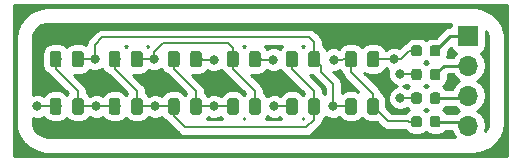
<source format=gbr>
G04 #@! TF.GenerationSoftware,KiCad,Pcbnew,(5.0.0)*
G04 #@! TF.CreationDate,2018-07-30T22:46:19+01:00*
G04 #@! TF.ProjectId,CHARLIE,434841524C49452E6B696361645F7063,rev?*
G04 #@! TF.SameCoordinates,Original*
G04 #@! TF.FileFunction,Copper,L1,Top,Signal*
G04 #@! TF.FilePolarity,Positive*
%FSLAX46Y46*%
G04 Gerber Fmt 4.6, Leading zero omitted, Abs format (unit mm)*
G04 Created by KiCad (PCBNEW (5.0.0)) date 07/30/18 22:46:19*
%MOMM*%
%LPD*%
G01*
G04 APERTURE LIST*
G04 #@! TA.AperFunction,Conductor*
%ADD10C,0.100000*%
G04 #@! TD*
G04 #@! TA.AperFunction,SMDPad,CuDef*
%ADD11C,0.975000*%
G04 #@! TD*
G04 #@! TA.AperFunction,ComponentPad*
%ADD12R,1.700000X1.700000*%
G04 #@! TD*
G04 #@! TA.AperFunction,ComponentPad*
%ADD13O,1.700000X1.700000*%
G04 #@! TD*
G04 #@! TA.AperFunction,SMDPad,CuDef*
%ADD14C,0.875000*%
G04 #@! TD*
G04 #@! TA.AperFunction,ViaPad*
%ADD15C,0.800000*%
G04 #@! TD*
G04 #@! TA.AperFunction,Conductor*
%ADD16C,0.203200*%
G04 #@! TD*
G04 #@! TA.AperFunction,Conductor*
%ADD17C,0.250000*%
G04 #@! TD*
G04 #@! TA.AperFunction,NonConductor*
%ADD18C,0.254000*%
G04 #@! TD*
G04 APERTURE END LIST*
D10*
G04 #@! TO.N,/IO3*
G04 #@! TO.C,*
G36*
X175330142Y-102301174D02*
X175353803Y-102304684D01*
X175377007Y-102310496D01*
X175399529Y-102318554D01*
X175421153Y-102328782D01*
X175441670Y-102341079D01*
X175460883Y-102355329D01*
X175478607Y-102371393D01*
X175494671Y-102389117D01*
X175508921Y-102408330D01*
X175521218Y-102428847D01*
X175531446Y-102450471D01*
X175539504Y-102472993D01*
X175545316Y-102496197D01*
X175548826Y-102519858D01*
X175550000Y-102543750D01*
X175550000Y-103456250D01*
X175548826Y-103480142D01*
X175545316Y-103503803D01*
X175539504Y-103527007D01*
X175531446Y-103549529D01*
X175521218Y-103571153D01*
X175508921Y-103591670D01*
X175494671Y-103610883D01*
X175478607Y-103628607D01*
X175460883Y-103644671D01*
X175441670Y-103658921D01*
X175421153Y-103671218D01*
X175399529Y-103681446D01*
X175377007Y-103689504D01*
X175353803Y-103695316D01*
X175330142Y-103698826D01*
X175306250Y-103700000D01*
X174818750Y-103700000D01*
X174794858Y-103698826D01*
X174771197Y-103695316D01*
X174747993Y-103689504D01*
X174725471Y-103681446D01*
X174703847Y-103671218D01*
X174683330Y-103658921D01*
X174664117Y-103644671D01*
X174646393Y-103628607D01*
X174630329Y-103610883D01*
X174616079Y-103591670D01*
X174603782Y-103571153D01*
X174593554Y-103549529D01*
X174585496Y-103527007D01*
X174579684Y-103503803D01*
X174576174Y-103480142D01*
X174575000Y-103456250D01*
X174575000Y-102543750D01*
X174576174Y-102519858D01*
X174579684Y-102496197D01*
X174585496Y-102472993D01*
X174593554Y-102450471D01*
X174603782Y-102428847D01*
X174616079Y-102408330D01*
X174630329Y-102389117D01*
X174646393Y-102371393D01*
X174664117Y-102355329D01*
X174683330Y-102341079D01*
X174703847Y-102328782D01*
X174725471Y-102318554D01*
X174747993Y-102310496D01*
X174771197Y-102304684D01*
X174794858Y-102301174D01*
X174818750Y-102300000D01*
X175306250Y-102300000D01*
X175330142Y-102301174D01*
X175330142Y-102301174D01*
G37*
D11*
G04 #@! TD*
G04 #@! TO.P,,1*
G04 #@! TO.N,/IO3*
X175062500Y-103000000D03*
D10*
G04 #@! TO.N,/IO1*
G04 #@! TO.C,*
G36*
X177205142Y-102301174D02*
X177228803Y-102304684D01*
X177252007Y-102310496D01*
X177274529Y-102318554D01*
X177296153Y-102328782D01*
X177316670Y-102341079D01*
X177335883Y-102355329D01*
X177353607Y-102371393D01*
X177369671Y-102389117D01*
X177383921Y-102408330D01*
X177396218Y-102428847D01*
X177406446Y-102450471D01*
X177414504Y-102472993D01*
X177420316Y-102496197D01*
X177423826Y-102519858D01*
X177425000Y-102543750D01*
X177425000Y-103456250D01*
X177423826Y-103480142D01*
X177420316Y-103503803D01*
X177414504Y-103527007D01*
X177406446Y-103549529D01*
X177396218Y-103571153D01*
X177383921Y-103591670D01*
X177369671Y-103610883D01*
X177353607Y-103628607D01*
X177335883Y-103644671D01*
X177316670Y-103658921D01*
X177296153Y-103671218D01*
X177274529Y-103681446D01*
X177252007Y-103689504D01*
X177228803Y-103695316D01*
X177205142Y-103698826D01*
X177181250Y-103700000D01*
X176693750Y-103700000D01*
X176669858Y-103698826D01*
X176646197Y-103695316D01*
X176622993Y-103689504D01*
X176600471Y-103681446D01*
X176578847Y-103671218D01*
X176558330Y-103658921D01*
X176539117Y-103644671D01*
X176521393Y-103628607D01*
X176505329Y-103610883D01*
X176491079Y-103591670D01*
X176478782Y-103571153D01*
X176468554Y-103549529D01*
X176460496Y-103527007D01*
X176454684Y-103503803D01*
X176451174Y-103480142D01*
X176450000Y-103456250D01*
X176450000Y-102543750D01*
X176451174Y-102519858D01*
X176454684Y-102496197D01*
X176460496Y-102472993D01*
X176468554Y-102450471D01*
X176478782Y-102428847D01*
X176491079Y-102408330D01*
X176505329Y-102389117D01*
X176521393Y-102371393D01*
X176539117Y-102355329D01*
X176558330Y-102341079D01*
X176578847Y-102328782D01*
X176600471Y-102318554D01*
X176622993Y-102310496D01*
X176646197Y-102304684D01*
X176669858Y-102301174D01*
X176693750Y-102300000D01*
X177181250Y-102300000D01*
X177205142Y-102301174D01*
X177205142Y-102301174D01*
G37*
D11*
G04 #@! TD*
G04 #@! TO.P,,2*
G04 #@! TO.N,/IO1*
X176937500Y-103000000D03*
D10*
G04 #@! TO.N,/IO3*
G04 #@! TO.C,*
G36*
X177205142Y-106301174D02*
X177228803Y-106304684D01*
X177252007Y-106310496D01*
X177274529Y-106318554D01*
X177296153Y-106328782D01*
X177316670Y-106341079D01*
X177335883Y-106355329D01*
X177353607Y-106371393D01*
X177369671Y-106389117D01*
X177383921Y-106408330D01*
X177396218Y-106428847D01*
X177406446Y-106450471D01*
X177414504Y-106472993D01*
X177420316Y-106496197D01*
X177423826Y-106519858D01*
X177425000Y-106543750D01*
X177425000Y-107456250D01*
X177423826Y-107480142D01*
X177420316Y-107503803D01*
X177414504Y-107527007D01*
X177406446Y-107549529D01*
X177396218Y-107571153D01*
X177383921Y-107591670D01*
X177369671Y-107610883D01*
X177353607Y-107628607D01*
X177335883Y-107644671D01*
X177316670Y-107658921D01*
X177296153Y-107671218D01*
X177274529Y-107681446D01*
X177252007Y-107689504D01*
X177228803Y-107695316D01*
X177205142Y-107698826D01*
X177181250Y-107700000D01*
X176693750Y-107700000D01*
X176669858Y-107698826D01*
X176646197Y-107695316D01*
X176622993Y-107689504D01*
X176600471Y-107681446D01*
X176578847Y-107671218D01*
X176558330Y-107658921D01*
X176539117Y-107644671D01*
X176521393Y-107628607D01*
X176505329Y-107610883D01*
X176491079Y-107591670D01*
X176478782Y-107571153D01*
X176468554Y-107549529D01*
X176460496Y-107527007D01*
X176454684Y-107503803D01*
X176451174Y-107480142D01*
X176450000Y-107456250D01*
X176450000Y-106543750D01*
X176451174Y-106519858D01*
X176454684Y-106496197D01*
X176460496Y-106472993D01*
X176468554Y-106450471D01*
X176478782Y-106428847D01*
X176491079Y-106408330D01*
X176505329Y-106389117D01*
X176521393Y-106371393D01*
X176539117Y-106355329D01*
X176558330Y-106341079D01*
X176578847Y-106328782D01*
X176600471Y-106318554D01*
X176622993Y-106310496D01*
X176646197Y-106304684D01*
X176669858Y-106301174D01*
X176693750Y-106300000D01*
X177181250Y-106300000D01*
X177205142Y-106301174D01*
X177205142Y-106301174D01*
G37*
D11*
G04 #@! TD*
G04 #@! TO.P,,2*
G04 #@! TO.N,/IO3*
X176937500Y-107000000D03*
D10*
G04 #@! TO.N,/IO1*
G04 #@! TO.C,*
G36*
X175330142Y-106301174D02*
X175353803Y-106304684D01*
X175377007Y-106310496D01*
X175399529Y-106318554D01*
X175421153Y-106328782D01*
X175441670Y-106341079D01*
X175460883Y-106355329D01*
X175478607Y-106371393D01*
X175494671Y-106389117D01*
X175508921Y-106408330D01*
X175521218Y-106428847D01*
X175531446Y-106450471D01*
X175539504Y-106472993D01*
X175545316Y-106496197D01*
X175548826Y-106519858D01*
X175550000Y-106543750D01*
X175550000Y-107456250D01*
X175548826Y-107480142D01*
X175545316Y-107503803D01*
X175539504Y-107527007D01*
X175531446Y-107549529D01*
X175521218Y-107571153D01*
X175508921Y-107591670D01*
X175494671Y-107610883D01*
X175478607Y-107628607D01*
X175460883Y-107644671D01*
X175441670Y-107658921D01*
X175421153Y-107671218D01*
X175399529Y-107681446D01*
X175377007Y-107689504D01*
X175353803Y-107695316D01*
X175330142Y-107698826D01*
X175306250Y-107700000D01*
X174818750Y-107700000D01*
X174794858Y-107698826D01*
X174771197Y-107695316D01*
X174747993Y-107689504D01*
X174725471Y-107681446D01*
X174703847Y-107671218D01*
X174683330Y-107658921D01*
X174664117Y-107644671D01*
X174646393Y-107628607D01*
X174630329Y-107610883D01*
X174616079Y-107591670D01*
X174603782Y-107571153D01*
X174593554Y-107549529D01*
X174585496Y-107527007D01*
X174579684Y-107503803D01*
X174576174Y-107480142D01*
X174575000Y-107456250D01*
X174575000Y-106543750D01*
X174576174Y-106519858D01*
X174579684Y-106496197D01*
X174585496Y-106472993D01*
X174593554Y-106450471D01*
X174603782Y-106428847D01*
X174616079Y-106408330D01*
X174630329Y-106389117D01*
X174646393Y-106371393D01*
X174664117Y-106355329D01*
X174683330Y-106341079D01*
X174703847Y-106328782D01*
X174725471Y-106318554D01*
X174747993Y-106310496D01*
X174771197Y-106304684D01*
X174794858Y-106301174D01*
X174818750Y-106300000D01*
X175306250Y-106300000D01*
X175330142Y-106301174D01*
X175330142Y-106301174D01*
G37*
D11*
G04 #@! TD*
G04 #@! TO.P,,1*
G04 #@! TO.N,/IO1*
X175062500Y-107000000D03*
D10*
G04 #@! TO.N,/IO4*
G04 #@! TO.C,*
G36*
X180330142Y-102301174D02*
X180353803Y-102304684D01*
X180377007Y-102310496D01*
X180399529Y-102318554D01*
X180421153Y-102328782D01*
X180441670Y-102341079D01*
X180460883Y-102355329D01*
X180478607Y-102371393D01*
X180494671Y-102389117D01*
X180508921Y-102408330D01*
X180521218Y-102428847D01*
X180531446Y-102450471D01*
X180539504Y-102472993D01*
X180545316Y-102496197D01*
X180548826Y-102519858D01*
X180550000Y-102543750D01*
X180550000Y-103456250D01*
X180548826Y-103480142D01*
X180545316Y-103503803D01*
X180539504Y-103527007D01*
X180531446Y-103549529D01*
X180521218Y-103571153D01*
X180508921Y-103591670D01*
X180494671Y-103610883D01*
X180478607Y-103628607D01*
X180460883Y-103644671D01*
X180441670Y-103658921D01*
X180421153Y-103671218D01*
X180399529Y-103681446D01*
X180377007Y-103689504D01*
X180353803Y-103695316D01*
X180330142Y-103698826D01*
X180306250Y-103700000D01*
X179818750Y-103700000D01*
X179794858Y-103698826D01*
X179771197Y-103695316D01*
X179747993Y-103689504D01*
X179725471Y-103681446D01*
X179703847Y-103671218D01*
X179683330Y-103658921D01*
X179664117Y-103644671D01*
X179646393Y-103628607D01*
X179630329Y-103610883D01*
X179616079Y-103591670D01*
X179603782Y-103571153D01*
X179593554Y-103549529D01*
X179585496Y-103527007D01*
X179579684Y-103503803D01*
X179576174Y-103480142D01*
X179575000Y-103456250D01*
X179575000Y-102543750D01*
X179576174Y-102519858D01*
X179579684Y-102496197D01*
X179585496Y-102472993D01*
X179593554Y-102450471D01*
X179603782Y-102428847D01*
X179616079Y-102408330D01*
X179630329Y-102389117D01*
X179646393Y-102371393D01*
X179664117Y-102355329D01*
X179683330Y-102341079D01*
X179703847Y-102328782D01*
X179725471Y-102318554D01*
X179747993Y-102310496D01*
X179771197Y-102304684D01*
X179794858Y-102301174D01*
X179818750Y-102300000D01*
X180306250Y-102300000D01*
X180330142Y-102301174D01*
X180330142Y-102301174D01*
G37*
D11*
G04 #@! TD*
G04 #@! TO.P,,1*
G04 #@! TO.N,/IO4*
X180062500Y-103000000D03*
D10*
G04 #@! TO.N,/IO1*
G04 #@! TO.C,*
G36*
X182205142Y-102301174D02*
X182228803Y-102304684D01*
X182252007Y-102310496D01*
X182274529Y-102318554D01*
X182296153Y-102328782D01*
X182316670Y-102341079D01*
X182335883Y-102355329D01*
X182353607Y-102371393D01*
X182369671Y-102389117D01*
X182383921Y-102408330D01*
X182396218Y-102428847D01*
X182406446Y-102450471D01*
X182414504Y-102472993D01*
X182420316Y-102496197D01*
X182423826Y-102519858D01*
X182425000Y-102543750D01*
X182425000Y-103456250D01*
X182423826Y-103480142D01*
X182420316Y-103503803D01*
X182414504Y-103527007D01*
X182406446Y-103549529D01*
X182396218Y-103571153D01*
X182383921Y-103591670D01*
X182369671Y-103610883D01*
X182353607Y-103628607D01*
X182335883Y-103644671D01*
X182316670Y-103658921D01*
X182296153Y-103671218D01*
X182274529Y-103681446D01*
X182252007Y-103689504D01*
X182228803Y-103695316D01*
X182205142Y-103698826D01*
X182181250Y-103700000D01*
X181693750Y-103700000D01*
X181669858Y-103698826D01*
X181646197Y-103695316D01*
X181622993Y-103689504D01*
X181600471Y-103681446D01*
X181578847Y-103671218D01*
X181558330Y-103658921D01*
X181539117Y-103644671D01*
X181521393Y-103628607D01*
X181505329Y-103610883D01*
X181491079Y-103591670D01*
X181478782Y-103571153D01*
X181468554Y-103549529D01*
X181460496Y-103527007D01*
X181454684Y-103503803D01*
X181451174Y-103480142D01*
X181450000Y-103456250D01*
X181450000Y-102543750D01*
X181451174Y-102519858D01*
X181454684Y-102496197D01*
X181460496Y-102472993D01*
X181468554Y-102450471D01*
X181478782Y-102428847D01*
X181491079Y-102408330D01*
X181505329Y-102389117D01*
X181521393Y-102371393D01*
X181539117Y-102355329D01*
X181558330Y-102341079D01*
X181578847Y-102328782D01*
X181600471Y-102318554D01*
X181622993Y-102310496D01*
X181646197Y-102304684D01*
X181669858Y-102301174D01*
X181693750Y-102300000D01*
X182181250Y-102300000D01*
X182205142Y-102301174D01*
X182205142Y-102301174D01*
G37*
D11*
G04 #@! TD*
G04 #@! TO.P,,2*
G04 #@! TO.N,/IO1*
X181937500Y-103000000D03*
D10*
G04 #@! TO.N,/IO4*
G04 #@! TO.C,*
G36*
X182205142Y-106301174D02*
X182228803Y-106304684D01*
X182252007Y-106310496D01*
X182274529Y-106318554D01*
X182296153Y-106328782D01*
X182316670Y-106341079D01*
X182335883Y-106355329D01*
X182353607Y-106371393D01*
X182369671Y-106389117D01*
X182383921Y-106408330D01*
X182396218Y-106428847D01*
X182406446Y-106450471D01*
X182414504Y-106472993D01*
X182420316Y-106496197D01*
X182423826Y-106519858D01*
X182425000Y-106543750D01*
X182425000Y-107456250D01*
X182423826Y-107480142D01*
X182420316Y-107503803D01*
X182414504Y-107527007D01*
X182406446Y-107549529D01*
X182396218Y-107571153D01*
X182383921Y-107591670D01*
X182369671Y-107610883D01*
X182353607Y-107628607D01*
X182335883Y-107644671D01*
X182316670Y-107658921D01*
X182296153Y-107671218D01*
X182274529Y-107681446D01*
X182252007Y-107689504D01*
X182228803Y-107695316D01*
X182205142Y-107698826D01*
X182181250Y-107700000D01*
X181693750Y-107700000D01*
X181669858Y-107698826D01*
X181646197Y-107695316D01*
X181622993Y-107689504D01*
X181600471Y-107681446D01*
X181578847Y-107671218D01*
X181558330Y-107658921D01*
X181539117Y-107644671D01*
X181521393Y-107628607D01*
X181505329Y-107610883D01*
X181491079Y-107591670D01*
X181478782Y-107571153D01*
X181468554Y-107549529D01*
X181460496Y-107527007D01*
X181454684Y-107503803D01*
X181451174Y-107480142D01*
X181450000Y-107456250D01*
X181450000Y-106543750D01*
X181451174Y-106519858D01*
X181454684Y-106496197D01*
X181460496Y-106472993D01*
X181468554Y-106450471D01*
X181478782Y-106428847D01*
X181491079Y-106408330D01*
X181505329Y-106389117D01*
X181521393Y-106371393D01*
X181539117Y-106355329D01*
X181558330Y-106341079D01*
X181578847Y-106328782D01*
X181600471Y-106318554D01*
X181622993Y-106310496D01*
X181646197Y-106304684D01*
X181669858Y-106301174D01*
X181693750Y-106300000D01*
X182181250Y-106300000D01*
X182205142Y-106301174D01*
X182205142Y-106301174D01*
G37*
D11*
G04 #@! TD*
G04 #@! TO.P,,2*
G04 #@! TO.N,/IO4*
X181937500Y-107000000D03*
D10*
G04 #@! TO.N,/IO1*
G04 #@! TO.C,*
G36*
X180330142Y-106301174D02*
X180353803Y-106304684D01*
X180377007Y-106310496D01*
X180399529Y-106318554D01*
X180421153Y-106328782D01*
X180441670Y-106341079D01*
X180460883Y-106355329D01*
X180478607Y-106371393D01*
X180494671Y-106389117D01*
X180508921Y-106408330D01*
X180521218Y-106428847D01*
X180531446Y-106450471D01*
X180539504Y-106472993D01*
X180545316Y-106496197D01*
X180548826Y-106519858D01*
X180550000Y-106543750D01*
X180550000Y-107456250D01*
X180548826Y-107480142D01*
X180545316Y-107503803D01*
X180539504Y-107527007D01*
X180531446Y-107549529D01*
X180521218Y-107571153D01*
X180508921Y-107591670D01*
X180494671Y-107610883D01*
X180478607Y-107628607D01*
X180460883Y-107644671D01*
X180441670Y-107658921D01*
X180421153Y-107671218D01*
X180399529Y-107681446D01*
X180377007Y-107689504D01*
X180353803Y-107695316D01*
X180330142Y-107698826D01*
X180306250Y-107700000D01*
X179818750Y-107700000D01*
X179794858Y-107698826D01*
X179771197Y-107695316D01*
X179747993Y-107689504D01*
X179725471Y-107681446D01*
X179703847Y-107671218D01*
X179683330Y-107658921D01*
X179664117Y-107644671D01*
X179646393Y-107628607D01*
X179630329Y-107610883D01*
X179616079Y-107591670D01*
X179603782Y-107571153D01*
X179593554Y-107549529D01*
X179585496Y-107527007D01*
X179579684Y-107503803D01*
X179576174Y-107480142D01*
X179575000Y-107456250D01*
X179575000Y-106543750D01*
X179576174Y-106519858D01*
X179579684Y-106496197D01*
X179585496Y-106472993D01*
X179593554Y-106450471D01*
X179603782Y-106428847D01*
X179616079Y-106408330D01*
X179630329Y-106389117D01*
X179646393Y-106371393D01*
X179664117Y-106355329D01*
X179683330Y-106341079D01*
X179703847Y-106328782D01*
X179725471Y-106318554D01*
X179747993Y-106310496D01*
X179771197Y-106304684D01*
X179794858Y-106301174D01*
X179818750Y-106300000D01*
X180306250Y-106300000D01*
X180330142Y-106301174D01*
X180330142Y-106301174D01*
G37*
D11*
G04 #@! TD*
G04 #@! TO.P,,1*
G04 #@! TO.N,/IO1*
X180062500Y-107000000D03*
D10*
G04 #@! TO.N,/IO2*
G04 #@! TO.C,*
G36*
X155330142Y-102301174D02*
X155353803Y-102304684D01*
X155377007Y-102310496D01*
X155399529Y-102318554D01*
X155421153Y-102328782D01*
X155441670Y-102341079D01*
X155460883Y-102355329D01*
X155478607Y-102371393D01*
X155494671Y-102389117D01*
X155508921Y-102408330D01*
X155521218Y-102428847D01*
X155531446Y-102450471D01*
X155539504Y-102472993D01*
X155545316Y-102496197D01*
X155548826Y-102519858D01*
X155550000Y-102543750D01*
X155550000Y-103456250D01*
X155548826Y-103480142D01*
X155545316Y-103503803D01*
X155539504Y-103527007D01*
X155531446Y-103549529D01*
X155521218Y-103571153D01*
X155508921Y-103591670D01*
X155494671Y-103610883D01*
X155478607Y-103628607D01*
X155460883Y-103644671D01*
X155441670Y-103658921D01*
X155421153Y-103671218D01*
X155399529Y-103681446D01*
X155377007Y-103689504D01*
X155353803Y-103695316D01*
X155330142Y-103698826D01*
X155306250Y-103700000D01*
X154818750Y-103700000D01*
X154794858Y-103698826D01*
X154771197Y-103695316D01*
X154747993Y-103689504D01*
X154725471Y-103681446D01*
X154703847Y-103671218D01*
X154683330Y-103658921D01*
X154664117Y-103644671D01*
X154646393Y-103628607D01*
X154630329Y-103610883D01*
X154616079Y-103591670D01*
X154603782Y-103571153D01*
X154593554Y-103549529D01*
X154585496Y-103527007D01*
X154579684Y-103503803D01*
X154576174Y-103480142D01*
X154575000Y-103456250D01*
X154575000Y-102543750D01*
X154576174Y-102519858D01*
X154579684Y-102496197D01*
X154585496Y-102472993D01*
X154593554Y-102450471D01*
X154603782Y-102428847D01*
X154616079Y-102408330D01*
X154630329Y-102389117D01*
X154646393Y-102371393D01*
X154664117Y-102355329D01*
X154683330Y-102341079D01*
X154703847Y-102328782D01*
X154725471Y-102318554D01*
X154747993Y-102310496D01*
X154771197Y-102304684D01*
X154794858Y-102301174D01*
X154818750Y-102300000D01*
X155306250Y-102300000D01*
X155330142Y-102301174D01*
X155330142Y-102301174D01*
G37*
D11*
G04 #@! TD*
G04 #@! TO.P,,1*
G04 #@! TO.N,/IO2*
X155062500Y-103000000D03*
D10*
G04 #@! TO.N,/IO1*
G04 #@! TO.C,*
G36*
X157205142Y-102301174D02*
X157228803Y-102304684D01*
X157252007Y-102310496D01*
X157274529Y-102318554D01*
X157296153Y-102328782D01*
X157316670Y-102341079D01*
X157335883Y-102355329D01*
X157353607Y-102371393D01*
X157369671Y-102389117D01*
X157383921Y-102408330D01*
X157396218Y-102428847D01*
X157406446Y-102450471D01*
X157414504Y-102472993D01*
X157420316Y-102496197D01*
X157423826Y-102519858D01*
X157425000Y-102543750D01*
X157425000Y-103456250D01*
X157423826Y-103480142D01*
X157420316Y-103503803D01*
X157414504Y-103527007D01*
X157406446Y-103549529D01*
X157396218Y-103571153D01*
X157383921Y-103591670D01*
X157369671Y-103610883D01*
X157353607Y-103628607D01*
X157335883Y-103644671D01*
X157316670Y-103658921D01*
X157296153Y-103671218D01*
X157274529Y-103681446D01*
X157252007Y-103689504D01*
X157228803Y-103695316D01*
X157205142Y-103698826D01*
X157181250Y-103700000D01*
X156693750Y-103700000D01*
X156669858Y-103698826D01*
X156646197Y-103695316D01*
X156622993Y-103689504D01*
X156600471Y-103681446D01*
X156578847Y-103671218D01*
X156558330Y-103658921D01*
X156539117Y-103644671D01*
X156521393Y-103628607D01*
X156505329Y-103610883D01*
X156491079Y-103591670D01*
X156478782Y-103571153D01*
X156468554Y-103549529D01*
X156460496Y-103527007D01*
X156454684Y-103503803D01*
X156451174Y-103480142D01*
X156450000Y-103456250D01*
X156450000Y-102543750D01*
X156451174Y-102519858D01*
X156454684Y-102496197D01*
X156460496Y-102472993D01*
X156468554Y-102450471D01*
X156478782Y-102428847D01*
X156491079Y-102408330D01*
X156505329Y-102389117D01*
X156521393Y-102371393D01*
X156539117Y-102355329D01*
X156558330Y-102341079D01*
X156578847Y-102328782D01*
X156600471Y-102318554D01*
X156622993Y-102310496D01*
X156646197Y-102304684D01*
X156669858Y-102301174D01*
X156693750Y-102300000D01*
X157181250Y-102300000D01*
X157205142Y-102301174D01*
X157205142Y-102301174D01*
G37*
D11*
G04 #@! TD*
G04 #@! TO.P,,2*
G04 #@! TO.N,/IO1*
X156937500Y-103000000D03*
D10*
G04 #@! TO.N,/IO1*
G04 #@! TO.C,*
G36*
X155330142Y-106301174D02*
X155353803Y-106304684D01*
X155377007Y-106310496D01*
X155399529Y-106318554D01*
X155421153Y-106328782D01*
X155441670Y-106341079D01*
X155460883Y-106355329D01*
X155478607Y-106371393D01*
X155494671Y-106389117D01*
X155508921Y-106408330D01*
X155521218Y-106428847D01*
X155531446Y-106450471D01*
X155539504Y-106472993D01*
X155545316Y-106496197D01*
X155548826Y-106519858D01*
X155550000Y-106543750D01*
X155550000Y-107456250D01*
X155548826Y-107480142D01*
X155545316Y-107503803D01*
X155539504Y-107527007D01*
X155531446Y-107549529D01*
X155521218Y-107571153D01*
X155508921Y-107591670D01*
X155494671Y-107610883D01*
X155478607Y-107628607D01*
X155460883Y-107644671D01*
X155441670Y-107658921D01*
X155421153Y-107671218D01*
X155399529Y-107681446D01*
X155377007Y-107689504D01*
X155353803Y-107695316D01*
X155330142Y-107698826D01*
X155306250Y-107700000D01*
X154818750Y-107700000D01*
X154794858Y-107698826D01*
X154771197Y-107695316D01*
X154747993Y-107689504D01*
X154725471Y-107681446D01*
X154703847Y-107671218D01*
X154683330Y-107658921D01*
X154664117Y-107644671D01*
X154646393Y-107628607D01*
X154630329Y-107610883D01*
X154616079Y-107591670D01*
X154603782Y-107571153D01*
X154593554Y-107549529D01*
X154585496Y-107527007D01*
X154579684Y-107503803D01*
X154576174Y-107480142D01*
X154575000Y-107456250D01*
X154575000Y-106543750D01*
X154576174Y-106519858D01*
X154579684Y-106496197D01*
X154585496Y-106472993D01*
X154593554Y-106450471D01*
X154603782Y-106428847D01*
X154616079Y-106408330D01*
X154630329Y-106389117D01*
X154646393Y-106371393D01*
X154664117Y-106355329D01*
X154683330Y-106341079D01*
X154703847Y-106328782D01*
X154725471Y-106318554D01*
X154747993Y-106310496D01*
X154771197Y-106304684D01*
X154794858Y-106301174D01*
X154818750Y-106300000D01*
X155306250Y-106300000D01*
X155330142Y-106301174D01*
X155330142Y-106301174D01*
G37*
D11*
G04 #@! TD*
G04 #@! TO.P,,1*
G04 #@! TO.N,/IO1*
X155062500Y-107000000D03*
D10*
G04 #@! TO.N,/IO2*
G04 #@! TO.C,*
G36*
X157205142Y-106301174D02*
X157228803Y-106304684D01*
X157252007Y-106310496D01*
X157274529Y-106318554D01*
X157296153Y-106328782D01*
X157316670Y-106341079D01*
X157335883Y-106355329D01*
X157353607Y-106371393D01*
X157369671Y-106389117D01*
X157383921Y-106408330D01*
X157396218Y-106428847D01*
X157406446Y-106450471D01*
X157414504Y-106472993D01*
X157420316Y-106496197D01*
X157423826Y-106519858D01*
X157425000Y-106543750D01*
X157425000Y-107456250D01*
X157423826Y-107480142D01*
X157420316Y-107503803D01*
X157414504Y-107527007D01*
X157406446Y-107549529D01*
X157396218Y-107571153D01*
X157383921Y-107591670D01*
X157369671Y-107610883D01*
X157353607Y-107628607D01*
X157335883Y-107644671D01*
X157316670Y-107658921D01*
X157296153Y-107671218D01*
X157274529Y-107681446D01*
X157252007Y-107689504D01*
X157228803Y-107695316D01*
X157205142Y-107698826D01*
X157181250Y-107700000D01*
X156693750Y-107700000D01*
X156669858Y-107698826D01*
X156646197Y-107695316D01*
X156622993Y-107689504D01*
X156600471Y-107681446D01*
X156578847Y-107671218D01*
X156558330Y-107658921D01*
X156539117Y-107644671D01*
X156521393Y-107628607D01*
X156505329Y-107610883D01*
X156491079Y-107591670D01*
X156478782Y-107571153D01*
X156468554Y-107549529D01*
X156460496Y-107527007D01*
X156454684Y-107503803D01*
X156451174Y-107480142D01*
X156450000Y-107456250D01*
X156450000Y-106543750D01*
X156451174Y-106519858D01*
X156454684Y-106496197D01*
X156460496Y-106472993D01*
X156468554Y-106450471D01*
X156478782Y-106428847D01*
X156491079Y-106408330D01*
X156505329Y-106389117D01*
X156521393Y-106371393D01*
X156539117Y-106355329D01*
X156558330Y-106341079D01*
X156578847Y-106328782D01*
X156600471Y-106318554D01*
X156622993Y-106310496D01*
X156646197Y-106304684D01*
X156669858Y-106301174D01*
X156693750Y-106300000D01*
X157181250Y-106300000D01*
X157205142Y-106301174D01*
X157205142Y-106301174D01*
G37*
D11*
G04 #@! TD*
G04 #@! TO.P,,2*
G04 #@! TO.N,/IO2*
X156937500Y-107000000D03*
D10*
G04 #@! TO.N,/IO2*
G04 #@! TO.C,*
G36*
X162205142Y-102301174D02*
X162228803Y-102304684D01*
X162252007Y-102310496D01*
X162274529Y-102318554D01*
X162296153Y-102328782D01*
X162316670Y-102341079D01*
X162335883Y-102355329D01*
X162353607Y-102371393D01*
X162369671Y-102389117D01*
X162383921Y-102408330D01*
X162396218Y-102428847D01*
X162406446Y-102450471D01*
X162414504Y-102472993D01*
X162420316Y-102496197D01*
X162423826Y-102519858D01*
X162425000Y-102543750D01*
X162425000Y-103456250D01*
X162423826Y-103480142D01*
X162420316Y-103503803D01*
X162414504Y-103527007D01*
X162406446Y-103549529D01*
X162396218Y-103571153D01*
X162383921Y-103591670D01*
X162369671Y-103610883D01*
X162353607Y-103628607D01*
X162335883Y-103644671D01*
X162316670Y-103658921D01*
X162296153Y-103671218D01*
X162274529Y-103681446D01*
X162252007Y-103689504D01*
X162228803Y-103695316D01*
X162205142Y-103698826D01*
X162181250Y-103700000D01*
X161693750Y-103700000D01*
X161669858Y-103698826D01*
X161646197Y-103695316D01*
X161622993Y-103689504D01*
X161600471Y-103681446D01*
X161578847Y-103671218D01*
X161558330Y-103658921D01*
X161539117Y-103644671D01*
X161521393Y-103628607D01*
X161505329Y-103610883D01*
X161491079Y-103591670D01*
X161478782Y-103571153D01*
X161468554Y-103549529D01*
X161460496Y-103527007D01*
X161454684Y-103503803D01*
X161451174Y-103480142D01*
X161450000Y-103456250D01*
X161450000Y-102543750D01*
X161451174Y-102519858D01*
X161454684Y-102496197D01*
X161460496Y-102472993D01*
X161468554Y-102450471D01*
X161478782Y-102428847D01*
X161491079Y-102408330D01*
X161505329Y-102389117D01*
X161521393Y-102371393D01*
X161539117Y-102355329D01*
X161558330Y-102341079D01*
X161578847Y-102328782D01*
X161600471Y-102318554D01*
X161622993Y-102310496D01*
X161646197Y-102304684D01*
X161669858Y-102301174D01*
X161693750Y-102300000D01*
X162181250Y-102300000D01*
X162205142Y-102301174D01*
X162205142Y-102301174D01*
G37*
D11*
G04 #@! TD*
G04 #@! TO.P,,2*
G04 #@! TO.N,/IO2*
X161937500Y-103000000D03*
D10*
G04 #@! TO.N,/IO3*
G04 #@! TO.C,*
G36*
X160330142Y-102301174D02*
X160353803Y-102304684D01*
X160377007Y-102310496D01*
X160399529Y-102318554D01*
X160421153Y-102328782D01*
X160441670Y-102341079D01*
X160460883Y-102355329D01*
X160478607Y-102371393D01*
X160494671Y-102389117D01*
X160508921Y-102408330D01*
X160521218Y-102428847D01*
X160531446Y-102450471D01*
X160539504Y-102472993D01*
X160545316Y-102496197D01*
X160548826Y-102519858D01*
X160550000Y-102543750D01*
X160550000Y-103456250D01*
X160548826Y-103480142D01*
X160545316Y-103503803D01*
X160539504Y-103527007D01*
X160531446Y-103549529D01*
X160521218Y-103571153D01*
X160508921Y-103591670D01*
X160494671Y-103610883D01*
X160478607Y-103628607D01*
X160460883Y-103644671D01*
X160441670Y-103658921D01*
X160421153Y-103671218D01*
X160399529Y-103681446D01*
X160377007Y-103689504D01*
X160353803Y-103695316D01*
X160330142Y-103698826D01*
X160306250Y-103700000D01*
X159818750Y-103700000D01*
X159794858Y-103698826D01*
X159771197Y-103695316D01*
X159747993Y-103689504D01*
X159725471Y-103681446D01*
X159703847Y-103671218D01*
X159683330Y-103658921D01*
X159664117Y-103644671D01*
X159646393Y-103628607D01*
X159630329Y-103610883D01*
X159616079Y-103591670D01*
X159603782Y-103571153D01*
X159593554Y-103549529D01*
X159585496Y-103527007D01*
X159579684Y-103503803D01*
X159576174Y-103480142D01*
X159575000Y-103456250D01*
X159575000Y-102543750D01*
X159576174Y-102519858D01*
X159579684Y-102496197D01*
X159585496Y-102472993D01*
X159593554Y-102450471D01*
X159603782Y-102428847D01*
X159616079Y-102408330D01*
X159630329Y-102389117D01*
X159646393Y-102371393D01*
X159664117Y-102355329D01*
X159683330Y-102341079D01*
X159703847Y-102328782D01*
X159725471Y-102318554D01*
X159747993Y-102310496D01*
X159771197Y-102304684D01*
X159794858Y-102301174D01*
X159818750Y-102300000D01*
X160306250Y-102300000D01*
X160330142Y-102301174D01*
X160330142Y-102301174D01*
G37*
D11*
G04 #@! TD*
G04 #@! TO.P,,1*
G04 #@! TO.N,/IO3*
X160062500Y-103000000D03*
D10*
G04 #@! TO.N,/IO3*
G04 #@! TO.C,*
G36*
X162205142Y-106301174D02*
X162228803Y-106304684D01*
X162252007Y-106310496D01*
X162274529Y-106318554D01*
X162296153Y-106328782D01*
X162316670Y-106341079D01*
X162335883Y-106355329D01*
X162353607Y-106371393D01*
X162369671Y-106389117D01*
X162383921Y-106408330D01*
X162396218Y-106428847D01*
X162406446Y-106450471D01*
X162414504Y-106472993D01*
X162420316Y-106496197D01*
X162423826Y-106519858D01*
X162425000Y-106543750D01*
X162425000Y-107456250D01*
X162423826Y-107480142D01*
X162420316Y-107503803D01*
X162414504Y-107527007D01*
X162406446Y-107549529D01*
X162396218Y-107571153D01*
X162383921Y-107591670D01*
X162369671Y-107610883D01*
X162353607Y-107628607D01*
X162335883Y-107644671D01*
X162316670Y-107658921D01*
X162296153Y-107671218D01*
X162274529Y-107681446D01*
X162252007Y-107689504D01*
X162228803Y-107695316D01*
X162205142Y-107698826D01*
X162181250Y-107700000D01*
X161693750Y-107700000D01*
X161669858Y-107698826D01*
X161646197Y-107695316D01*
X161622993Y-107689504D01*
X161600471Y-107681446D01*
X161578847Y-107671218D01*
X161558330Y-107658921D01*
X161539117Y-107644671D01*
X161521393Y-107628607D01*
X161505329Y-107610883D01*
X161491079Y-107591670D01*
X161478782Y-107571153D01*
X161468554Y-107549529D01*
X161460496Y-107527007D01*
X161454684Y-107503803D01*
X161451174Y-107480142D01*
X161450000Y-107456250D01*
X161450000Y-106543750D01*
X161451174Y-106519858D01*
X161454684Y-106496197D01*
X161460496Y-106472993D01*
X161468554Y-106450471D01*
X161478782Y-106428847D01*
X161491079Y-106408330D01*
X161505329Y-106389117D01*
X161521393Y-106371393D01*
X161539117Y-106355329D01*
X161558330Y-106341079D01*
X161578847Y-106328782D01*
X161600471Y-106318554D01*
X161622993Y-106310496D01*
X161646197Y-106304684D01*
X161669858Y-106301174D01*
X161693750Y-106300000D01*
X162181250Y-106300000D01*
X162205142Y-106301174D01*
X162205142Y-106301174D01*
G37*
D11*
G04 #@! TD*
G04 #@! TO.P,,2*
G04 #@! TO.N,/IO3*
X161937500Y-107000000D03*
D10*
G04 #@! TO.N,/IO2*
G04 #@! TO.C,*
G36*
X160330142Y-106301174D02*
X160353803Y-106304684D01*
X160377007Y-106310496D01*
X160399529Y-106318554D01*
X160421153Y-106328782D01*
X160441670Y-106341079D01*
X160460883Y-106355329D01*
X160478607Y-106371393D01*
X160494671Y-106389117D01*
X160508921Y-106408330D01*
X160521218Y-106428847D01*
X160531446Y-106450471D01*
X160539504Y-106472993D01*
X160545316Y-106496197D01*
X160548826Y-106519858D01*
X160550000Y-106543750D01*
X160550000Y-107456250D01*
X160548826Y-107480142D01*
X160545316Y-107503803D01*
X160539504Y-107527007D01*
X160531446Y-107549529D01*
X160521218Y-107571153D01*
X160508921Y-107591670D01*
X160494671Y-107610883D01*
X160478607Y-107628607D01*
X160460883Y-107644671D01*
X160441670Y-107658921D01*
X160421153Y-107671218D01*
X160399529Y-107681446D01*
X160377007Y-107689504D01*
X160353803Y-107695316D01*
X160330142Y-107698826D01*
X160306250Y-107700000D01*
X159818750Y-107700000D01*
X159794858Y-107698826D01*
X159771197Y-107695316D01*
X159747993Y-107689504D01*
X159725471Y-107681446D01*
X159703847Y-107671218D01*
X159683330Y-107658921D01*
X159664117Y-107644671D01*
X159646393Y-107628607D01*
X159630329Y-107610883D01*
X159616079Y-107591670D01*
X159603782Y-107571153D01*
X159593554Y-107549529D01*
X159585496Y-107527007D01*
X159579684Y-107503803D01*
X159576174Y-107480142D01*
X159575000Y-107456250D01*
X159575000Y-106543750D01*
X159576174Y-106519858D01*
X159579684Y-106496197D01*
X159585496Y-106472993D01*
X159593554Y-106450471D01*
X159603782Y-106428847D01*
X159616079Y-106408330D01*
X159630329Y-106389117D01*
X159646393Y-106371393D01*
X159664117Y-106355329D01*
X159683330Y-106341079D01*
X159703847Y-106328782D01*
X159725471Y-106318554D01*
X159747993Y-106310496D01*
X159771197Y-106304684D01*
X159794858Y-106301174D01*
X159818750Y-106300000D01*
X160306250Y-106300000D01*
X160330142Y-106301174D01*
X160330142Y-106301174D01*
G37*
D11*
G04 #@! TD*
G04 #@! TO.P,,1*
G04 #@! TO.N,/IO2*
X160062500Y-107000000D03*
D10*
G04 #@! TO.N,/IO4*
G04 #@! TO.C,*
G36*
X165330142Y-102301174D02*
X165353803Y-102304684D01*
X165377007Y-102310496D01*
X165399529Y-102318554D01*
X165421153Y-102328782D01*
X165441670Y-102341079D01*
X165460883Y-102355329D01*
X165478607Y-102371393D01*
X165494671Y-102389117D01*
X165508921Y-102408330D01*
X165521218Y-102428847D01*
X165531446Y-102450471D01*
X165539504Y-102472993D01*
X165545316Y-102496197D01*
X165548826Y-102519858D01*
X165550000Y-102543750D01*
X165550000Y-103456250D01*
X165548826Y-103480142D01*
X165545316Y-103503803D01*
X165539504Y-103527007D01*
X165531446Y-103549529D01*
X165521218Y-103571153D01*
X165508921Y-103591670D01*
X165494671Y-103610883D01*
X165478607Y-103628607D01*
X165460883Y-103644671D01*
X165441670Y-103658921D01*
X165421153Y-103671218D01*
X165399529Y-103681446D01*
X165377007Y-103689504D01*
X165353803Y-103695316D01*
X165330142Y-103698826D01*
X165306250Y-103700000D01*
X164818750Y-103700000D01*
X164794858Y-103698826D01*
X164771197Y-103695316D01*
X164747993Y-103689504D01*
X164725471Y-103681446D01*
X164703847Y-103671218D01*
X164683330Y-103658921D01*
X164664117Y-103644671D01*
X164646393Y-103628607D01*
X164630329Y-103610883D01*
X164616079Y-103591670D01*
X164603782Y-103571153D01*
X164593554Y-103549529D01*
X164585496Y-103527007D01*
X164579684Y-103503803D01*
X164576174Y-103480142D01*
X164575000Y-103456250D01*
X164575000Y-102543750D01*
X164576174Y-102519858D01*
X164579684Y-102496197D01*
X164585496Y-102472993D01*
X164593554Y-102450471D01*
X164603782Y-102428847D01*
X164616079Y-102408330D01*
X164630329Y-102389117D01*
X164646393Y-102371393D01*
X164664117Y-102355329D01*
X164683330Y-102341079D01*
X164703847Y-102328782D01*
X164725471Y-102318554D01*
X164747993Y-102310496D01*
X164771197Y-102304684D01*
X164794858Y-102301174D01*
X164818750Y-102300000D01*
X165306250Y-102300000D01*
X165330142Y-102301174D01*
X165330142Y-102301174D01*
G37*
D11*
G04 #@! TD*
G04 #@! TO.P,,1*
G04 #@! TO.N,/IO4*
X165062500Y-103000000D03*
D10*
G04 #@! TO.N,/IO3*
G04 #@! TO.C,*
G36*
X167205142Y-102301174D02*
X167228803Y-102304684D01*
X167252007Y-102310496D01*
X167274529Y-102318554D01*
X167296153Y-102328782D01*
X167316670Y-102341079D01*
X167335883Y-102355329D01*
X167353607Y-102371393D01*
X167369671Y-102389117D01*
X167383921Y-102408330D01*
X167396218Y-102428847D01*
X167406446Y-102450471D01*
X167414504Y-102472993D01*
X167420316Y-102496197D01*
X167423826Y-102519858D01*
X167425000Y-102543750D01*
X167425000Y-103456250D01*
X167423826Y-103480142D01*
X167420316Y-103503803D01*
X167414504Y-103527007D01*
X167406446Y-103549529D01*
X167396218Y-103571153D01*
X167383921Y-103591670D01*
X167369671Y-103610883D01*
X167353607Y-103628607D01*
X167335883Y-103644671D01*
X167316670Y-103658921D01*
X167296153Y-103671218D01*
X167274529Y-103681446D01*
X167252007Y-103689504D01*
X167228803Y-103695316D01*
X167205142Y-103698826D01*
X167181250Y-103700000D01*
X166693750Y-103700000D01*
X166669858Y-103698826D01*
X166646197Y-103695316D01*
X166622993Y-103689504D01*
X166600471Y-103681446D01*
X166578847Y-103671218D01*
X166558330Y-103658921D01*
X166539117Y-103644671D01*
X166521393Y-103628607D01*
X166505329Y-103610883D01*
X166491079Y-103591670D01*
X166478782Y-103571153D01*
X166468554Y-103549529D01*
X166460496Y-103527007D01*
X166454684Y-103503803D01*
X166451174Y-103480142D01*
X166450000Y-103456250D01*
X166450000Y-102543750D01*
X166451174Y-102519858D01*
X166454684Y-102496197D01*
X166460496Y-102472993D01*
X166468554Y-102450471D01*
X166478782Y-102428847D01*
X166491079Y-102408330D01*
X166505329Y-102389117D01*
X166521393Y-102371393D01*
X166539117Y-102355329D01*
X166558330Y-102341079D01*
X166578847Y-102328782D01*
X166600471Y-102318554D01*
X166622993Y-102310496D01*
X166646197Y-102304684D01*
X166669858Y-102301174D01*
X166693750Y-102300000D01*
X167181250Y-102300000D01*
X167205142Y-102301174D01*
X167205142Y-102301174D01*
G37*
D11*
G04 #@! TD*
G04 #@! TO.P,,2*
G04 #@! TO.N,/IO3*
X166937500Y-103000000D03*
D10*
G04 #@! TO.N,/IO4*
G04 #@! TO.C,*
G36*
X167205142Y-106301174D02*
X167228803Y-106304684D01*
X167252007Y-106310496D01*
X167274529Y-106318554D01*
X167296153Y-106328782D01*
X167316670Y-106341079D01*
X167335883Y-106355329D01*
X167353607Y-106371393D01*
X167369671Y-106389117D01*
X167383921Y-106408330D01*
X167396218Y-106428847D01*
X167406446Y-106450471D01*
X167414504Y-106472993D01*
X167420316Y-106496197D01*
X167423826Y-106519858D01*
X167425000Y-106543750D01*
X167425000Y-107456250D01*
X167423826Y-107480142D01*
X167420316Y-107503803D01*
X167414504Y-107527007D01*
X167406446Y-107549529D01*
X167396218Y-107571153D01*
X167383921Y-107591670D01*
X167369671Y-107610883D01*
X167353607Y-107628607D01*
X167335883Y-107644671D01*
X167316670Y-107658921D01*
X167296153Y-107671218D01*
X167274529Y-107681446D01*
X167252007Y-107689504D01*
X167228803Y-107695316D01*
X167205142Y-107698826D01*
X167181250Y-107700000D01*
X166693750Y-107700000D01*
X166669858Y-107698826D01*
X166646197Y-107695316D01*
X166622993Y-107689504D01*
X166600471Y-107681446D01*
X166578847Y-107671218D01*
X166558330Y-107658921D01*
X166539117Y-107644671D01*
X166521393Y-107628607D01*
X166505329Y-107610883D01*
X166491079Y-107591670D01*
X166478782Y-107571153D01*
X166468554Y-107549529D01*
X166460496Y-107527007D01*
X166454684Y-107503803D01*
X166451174Y-107480142D01*
X166450000Y-107456250D01*
X166450000Y-106543750D01*
X166451174Y-106519858D01*
X166454684Y-106496197D01*
X166460496Y-106472993D01*
X166468554Y-106450471D01*
X166478782Y-106428847D01*
X166491079Y-106408330D01*
X166505329Y-106389117D01*
X166521393Y-106371393D01*
X166539117Y-106355329D01*
X166558330Y-106341079D01*
X166578847Y-106328782D01*
X166600471Y-106318554D01*
X166622993Y-106310496D01*
X166646197Y-106304684D01*
X166669858Y-106301174D01*
X166693750Y-106300000D01*
X167181250Y-106300000D01*
X167205142Y-106301174D01*
X167205142Y-106301174D01*
G37*
D11*
G04 #@! TD*
G04 #@! TO.P,,2*
G04 #@! TO.N,/IO4*
X166937500Y-107000000D03*
D10*
G04 #@! TO.N,/IO3*
G04 #@! TO.C,*
G36*
X165330142Y-106301174D02*
X165353803Y-106304684D01*
X165377007Y-106310496D01*
X165399529Y-106318554D01*
X165421153Y-106328782D01*
X165441670Y-106341079D01*
X165460883Y-106355329D01*
X165478607Y-106371393D01*
X165494671Y-106389117D01*
X165508921Y-106408330D01*
X165521218Y-106428847D01*
X165531446Y-106450471D01*
X165539504Y-106472993D01*
X165545316Y-106496197D01*
X165548826Y-106519858D01*
X165550000Y-106543750D01*
X165550000Y-107456250D01*
X165548826Y-107480142D01*
X165545316Y-107503803D01*
X165539504Y-107527007D01*
X165531446Y-107549529D01*
X165521218Y-107571153D01*
X165508921Y-107591670D01*
X165494671Y-107610883D01*
X165478607Y-107628607D01*
X165460883Y-107644671D01*
X165441670Y-107658921D01*
X165421153Y-107671218D01*
X165399529Y-107681446D01*
X165377007Y-107689504D01*
X165353803Y-107695316D01*
X165330142Y-107698826D01*
X165306250Y-107700000D01*
X164818750Y-107700000D01*
X164794858Y-107698826D01*
X164771197Y-107695316D01*
X164747993Y-107689504D01*
X164725471Y-107681446D01*
X164703847Y-107671218D01*
X164683330Y-107658921D01*
X164664117Y-107644671D01*
X164646393Y-107628607D01*
X164630329Y-107610883D01*
X164616079Y-107591670D01*
X164603782Y-107571153D01*
X164593554Y-107549529D01*
X164585496Y-107527007D01*
X164579684Y-107503803D01*
X164576174Y-107480142D01*
X164575000Y-107456250D01*
X164575000Y-106543750D01*
X164576174Y-106519858D01*
X164579684Y-106496197D01*
X164585496Y-106472993D01*
X164593554Y-106450471D01*
X164603782Y-106428847D01*
X164616079Y-106408330D01*
X164630329Y-106389117D01*
X164646393Y-106371393D01*
X164664117Y-106355329D01*
X164683330Y-106341079D01*
X164703847Y-106328782D01*
X164725471Y-106318554D01*
X164747993Y-106310496D01*
X164771197Y-106304684D01*
X164794858Y-106301174D01*
X164818750Y-106300000D01*
X165306250Y-106300000D01*
X165330142Y-106301174D01*
X165330142Y-106301174D01*
G37*
D11*
G04 #@! TD*
G04 #@! TO.P,,1*
G04 #@! TO.N,/IO3*
X165062500Y-107000000D03*
D10*
G04 #@! TO.N,/IO2*
G04 #@! TO.C,*
G36*
X170330142Y-102301174D02*
X170353803Y-102304684D01*
X170377007Y-102310496D01*
X170399529Y-102318554D01*
X170421153Y-102328782D01*
X170441670Y-102341079D01*
X170460883Y-102355329D01*
X170478607Y-102371393D01*
X170494671Y-102389117D01*
X170508921Y-102408330D01*
X170521218Y-102428847D01*
X170531446Y-102450471D01*
X170539504Y-102472993D01*
X170545316Y-102496197D01*
X170548826Y-102519858D01*
X170550000Y-102543750D01*
X170550000Y-103456250D01*
X170548826Y-103480142D01*
X170545316Y-103503803D01*
X170539504Y-103527007D01*
X170531446Y-103549529D01*
X170521218Y-103571153D01*
X170508921Y-103591670D01*
X170494671Y-103610883D01*
X170478607Y-103628607D01*
X170460883Y-103644671D01*
X170441670Y-103658921D01*
X170421153Y-103671218D01*
X170399529Y-103681446D01*
X170377007Y-103689504D01*
X170353803Y-103695316D01*
X170330142Y-103698826D01*
X170306250Y-103700000D01*
X169818750Y-103700000D01*
X169794858Y-103698826D01*
X169771197Y-103695316D01*
X169747993Y-103689504D01*
X169725471Y-103681446D01*
X169703847Y-103671218D01*
X169683330Y-103658921D01*
X169664117Y-103644671D01*
X169646393Y-103628607D01*
X169630329Y-103610883D01*
X169616079Y-103591670D01*
X169603782Y-103571153D01*
X169593554Y-103549529D01*
X169585496Y-103527007D01*
X169579684Y-103503803D01*
X169576174Y-103480142D01*
X169575000Y-103456250D01*
X169575000Y-102543750D01*
X169576174Y-102519858D01*
X169579684Y-102496197D01*
X169585496Y-102472993D01*
X169593554Y-102450471D01*
X169603782Y-102428847D01*
X169616079Y-102408330D01*
X169630329Y-102389117D01*
X169646393Y-102371393D01*
X169664117Y-102355329D01*
X169683330Y-102341079D01*
X169703847Y-102328782D01*
X169725471Y-102318554D01*
X169747993Y-102310496D01*
X169771197Y-102304684D01*
X169794858Y-102301174D01*
X169818750Y-102300000D01*
X170306250Y-102300000D01*
X170330142Y-102301174D01*
X170330142Y-102301174D01*
G37*
D11*
G04 #@! TD*
G04 #@! TO.P,,1*
G04 #@! TO.N,/IO2*
X170062500Y-103000000D03*
D10*
G04 #@! TO.N,/IO4*
G04 #@! TO.C,*
G36*
X172205142Y-102301174D02*
X172228803Y-102304684D01*
X172252007Y-102310496D01*
X172274529Y-102318554D01*
X172296153Y-102328782D01*
X172316670Y-102341079D01*
X172335883Y-102355329D01*
X172353607Y-102371393D01*
X172369671Y-102389117D01*
X172383921Y-102408330D01*
X172396218Y-102428847D01*
X172406446Y-102450471D01*
X172414504Y-102472993D01*
X172420316Y-102496197D01*
X172423826Y-102519858D01*
X172425000Y-102543750D01*
X172425000Y-103456250D01*
X172423826Y-103480142D01*
X172420316Y-103503803D01*
X172414504Y-103527007D01*
X172406446Y-103549529D01*
X172396218Y-103571153D01*
X172383921Y-103591670D01*
X172369671Y-103610883D01*
X172353607Y-103628607D01*
X172335883Y-103644671D01*
X172316670Y-103658921D01*
X172296153Y-103671218D01*
X172274529Y-103681446D01*
X172252007Y-103689504D01*
X172228803Y-103695316D01*
X172205142Y-103698826D01*
X172181250Y-103700000D01*
X171693750Y-103700000D01*
X171669858Y-103698826D01*
X171646197Y-103695316D01*
X171622993Y-103689504D01*
X171600471Y-103681446D01*
X171578847Y-103671218D01*
X171558330Y-103658921D01*
X171539117Y-103644671D01*
X171521393Y-103628607D01*
X171505329Y-103610883D01*
X171491079Y-103591670D01*
X171478782Y-103571153D01*
X171468554Y-103549529D01*
X171460496Y-103527007D01*
X171454684Y-103503803D01*
X171451174Y-103480142D01*
X171450000Y-103456250D01*
X171450000Y-102543750D01*
X171451174Y-102519858D01*
X171454684Y-102496197D01*
X171460496Y-102472993D01*
X171468554Y-102450471D01*
X171478782Y-102428847D01*
X171491079Y-102408330D01*
X171505329Y-102389117D01*
X171521393Y-102371393D01*
X171539117Y-102355329D01*
X171558330Y-102341079D01*
X171578847Y-102328782D01*
X171600471Y-102318554D01*
X171622993Y-102310496D01*
X171646197Y-102304684D01*
X171669858Y-102301174D01*
X171693750Y-102300000D01*
X172181250Y-102300000D01*
X172205142Y-102301174D01*
X172205142Y-102301174D01*
G37*
D11*
G04 #@! TD*
G04 #@! TO.P,,2*
G04 #@! TO.N,/IO4*
X171937500Y-103000000D03*
D10*
G04 #@! TO.N,/IO2*
G04 #@! TO.C,*
G36*
X172205142Y-106301174D02*
X172228803Y-106304684D01*
X172252007Y-106310496D01*
X172274529Y-106318554D01*
X172296153Y-106328782D01*
X172316670Y-106341079D01*
X172335883Y-106355329D01*
X172353607Y-106371393D01*
X172369671Y-106389117D01*
X172383921Y-106408330D01*
X172396218Y-106428847D01*
X172406446Y-106450471D01*
X172414504Y-106472993D01*
X172420316Y-106496197D01*
X172423826Y-106519858D01*
X172425000Y-106543750D01*
X172425000Y-107456250D01*
X172423826Y-107480142D01*
X172420316Y-107503803D01*
X172414504Y-107527007D01*
X172406446Y-107549529D01*
X172396218Y-107571153D01*
X172383921Y-107591670D01*
X172369671Y-107610883D01*
X172353607Y-107628607D01*
X172335883Y-107644671D01*
X172316670Y-107658921D01*
X172296153Y-107671218D01*
X172274529Y-107681446D01*
X172252007Y-107689504D01*
X172228803Y-107695316D01*
X172205142Y-107698826D01*
X172181250Y-107700000D01*
X171693750Y-107700000D01*
X171669858Y-107698826D01*
X171646197Y-107695316D01*
X171622993Y-107689504D01*
X171600471Y-107681446D01*
X171578847Y-107671218D01*
X171558330Y-107658921D01*
X171539117Y-107644671D01*
X171521393Y-107628607D01*
X171505329Y-107610883D01*
X171491079Y-107591670D01*
X171478782Y-107571153D01*
X171468554Y-107549529D01*
X171460496Y-107527007D01*
X171454684Y-107503803D01*
X171451174Y-107480142D01*
X171450000Y-107456250D01*
X171450000Y-106543750D01*
X171451174Y-106519858D01*
X171454684Y-106496197D01*
X171460496Y-106472993D01*
X171468554Y-106450471D01*
X171478782Y-106428847D01*
X171491079Y-106408330D01*
X171505329Y-106389117D01*
X171521393Y-106371393D01*
X171539117Y-106355329D01*
X171558330Y-106341079D01*
X171578847Y-106328782D01*
X171600471Y-106318554D01*
X171622993Y-106310496D01*
X171646197Y-106304684D01*
X171669858Y-106301174D01*
X171693750Y-106300000D01*
X172181250Y-106300000D01*
X172205142Y-106301174D01*
X172205142Y-106301174D01*
G37*
D11*
G04 #@! TD*
G04 #@! TO.P,,2*
G04 #@! TO.N,/IO2*
X171937500Y-107000000D03*
D10*
G04 #@! TO.N,/IO4*
G04 #@! TO.C,*
G36*
X170330142Y-106301174D02*
X170353803Y-106304684D01*
X170377007Y-106310496D01*
X170399529Y-106318554D01*
X170421153Y-106328782D01*
X170441670Y-106341079D01*
X170460883Y-106355329D01*
X170478607Y-106371393D01*
X170494671Y-106389117D01*
X170508921Y-106408330D01*
X170521218Y-106428847D01*
X170531446Y-106450471D01*
X170539504Y-106472993D01*
X170545316Y-106496197D01*
X170548826Y-106519858D01*
X170550000Y-106543750D01*
X170550000Y-107456250D01*
X170548826Y-107480142D01*
X170545316Y-107503803D01*
X170539504Y-107527007D01*
X170531446Y-107549529D01*
X170521218Y-107571153D01*
X170508921Y-107591670D01*
X170494671Y-107610883D01*
X170478607Y-107628607D01*
X170460883Y-107644671D01*
X170441670Y-107658921D01*
X170421153Y-107671218D01*
X170399529Y-107681446D01*
X170377007Y-107689504D01*
X170353803Y-107695316D01*
X170330142Y-107698826D01*
X170306250Y-107700000D01*
X169818750Y-107700000D01*
X169794858Y-107698826D01*
X169771197Y-107695316D01*
X169747993Y-107689504D01*
X169725471Y-107681446D01*
X169703847Y-107671218D01*
X169683330Y-107658921D01*
X169664117Y-107644671D01*
X169646393Y-107628607D01*
X169630329Y-107610883D01*
X169616079Y-107591670D01*
X169603782Y-107571153D01*
X169593554Y-107549529D01*
X169585496Y-107527007D01*
X169579684Y-107503803D01*
X169576174Y-107480142D01*
X169575000Y-107456250D01*
X169575000Y-106543750D01*
X169576174Y-106519858D01*
X169579684Y-106496197D01*
X169585496Y-106472993D01*
X169593554Y-106450471D01*
X169603782Y-106428847D01*
X169616079Y-106408330D01*
X169630329Y-106389117D01*
X169646393Y-106371393D01*
X169664117Y-106355329D01*
X169683330Y-106341079D01*
X169703847Y-106328782D01*
X169725471Y-106318554D01*
X169747993Y-106310496D01*
X169771197Y-106304684D01*
X169794858Y-106301174D01*
X169818750Y-106300000D01*
X170306250Y-106300000D01*
X170330142Y-106301174D01*
X170330142Y-106301174D01*
G37*
D11*
G04 #@! TD*
G04 #@! TO.P,,1*
G04 #@! TO.N,/IO4*
X170062500Y-107000000D03*
D12*
G04 #@! TO.P,,1*
G04 #@! TO.N,/PINCON1*
X190000000Y-101000000D03*
D13*
G04 #@! TO.P,,2*
G04 #@! TO.N,/PINCON2*
X190000000Y-103540000D03*
G04 #@! TO.P,,3*
G04 #@! TO.N,/PINCON3*
X190000000Y-106080000D03*
G04 #@! TO.P,,4*
G04 #@! TO.N,/PINCON4*
X190000000Y-108620000D03*
G04 #@! TD*
D10*
G04 #@! TO.N,/IO1*
G04 #@! TO.C,*
G36*
X185852691Y-101826053D02*
X185873926Y-101829203D01*
X185894750Y-101834419D01*
X185914962Y-101841651D01*
X185934368Y-101850830D01*
X185952781Y-101861866D01*
X185970024Y-101874654D01*
X185985930Y-101889070D01*
X186000346Y-101904976D01*
X186013134Y-101922219D01*
X186024170Y-101940632D01*
X186033349Y-101960038D01*
X186040581Y-101980250D01*
X186045797Y-102001074D01*
X186048947Y-102022309D01*
X186050000Y-102043750D01*
X186050000Y-102556250D01*
X186048947Y-102577691D01*
X186045797Y-102598926D01*
X186040581Y-102619750D01*
X186033349Y-102639962D01*
X186024170Y-102659368D01*
X186013134Y-102677781D01*
X186000346Y-102695024D01*
X185985930Y-102710930D01*
X185970024Y-102725346D01*
X185952781Y-102738134D01*
X185934368Y-102749170D01*
X185914962Y-102758349D01*
X185894750Y-102765581D01*
X185873926Y-102770797D01*
X185852691Y-102773947D01*
X185831250Y-102775000D01*
X185393750Y-102775000D01*
X185372309Y-102773947D01*
X185351074Y-102770797D01*
X185330250Y-102765581D01*
X185310038Y-102758349D01*
X185290632Y-102749170D01*
X185272219Y-102738134D01*
X185254976Y-102725346D01*
X185239070Y-102710930D01*
X185224654Y-102695024D01*
X185211866Y-102677781D01*
X185200830Y-102659368D01*
X185191651Y-102639962D01*
X185184419Y-102619750D01*
X185179203Y-102598926D01*
X185176053Y-102577691D01*
X185175000Y-102556250D01*
X185175000Y-102043750D01*
X185176053Y-102022309D01*
X185179203Y-102001074D01*
X185184419Y-101980250D01*
X185191651Y-101960038D01*
X185200830Y-101940632D01*
X185211866Y-101922219D01*
X185224654Y-101904976D01*
X185239070Y-101889070D01*
X185254976Y-101874654D01*
X185272219Y-101861866D01*
X185290632Y-101850830D01*
X185310038Y-101841651D01*
X185330250Y-101834419D01*
X185351074Y-101829203D01*
X185372309Y-101826053D01*
X185393750Y-101825000D01*
X185831250Y-101825000D01*
X185852691Y-101826053D01*
X185852691Y-101826053D01*
G37*
D14*
G04 #@! TD*
G04 #@! TO.P,,2*
G04 #@! TO.N,/IO1*
X185612500Y-102300000D03*
D10*
G04 #@! TO.N,/PINCON1*
G04 #@! TO.C,*
G36*
X187427691Y-101826053D02*
X187448926Y-101829203D01*
X187469750Y-101834419D01*
X187489962Y-101841651D01*
X187509368Y-101850830D01*
X187527781Y-101861866D01*
X187545024Y-101874654D01*
X187560930Y-101889070D01*
X187575346Y-101904976D01*
X187588134Y-101922219D01*
X187599170Y-101940632D01*
X187608349Y-101960038D01*
X187615581Y-101980250D01*
X187620797Y-102001074D01*
X187623947Y-102022309D01*
X187625000Y-102043750D01*
X187625000Y-102556250D01*
X187623947Y-102577691D01*
X187620797Y-102598926D01*
X187615581Y-102619750D01*
X187608349Y-102639962D01*
X187599170Y-102659368D01*
X187588134Y-102677781D01*
X187575346Y-102695024D01*
X187560930Y-102710930D01*
X187545024Y-102725346D01*
X187527781Y-102738134D01*
X187509368Y-102749170D01*
X187489962Y-102758349D01*
X187469750Y-102765581D01*
X187448926Y-102770797D01*
X187427691Y-102773947D01*
X187406250Y-102775000D01*
X186968750Y-102775000D01*
X186947309Y-102773947D01*
X186926074Y-102770797D01*
X186905250Y-102765581D01*
X186885038Y-102758349D01*
X186865632Y-102749170D01*
X186847219Y-102738134D01*
X186829976Y-102725346D01*
X186814070Y-102710930D01*
X186799654Y-102695024D01*
X186786866Y-102677781D01*
X186775830Y-102659368D01*
X186766651Y-102639962D01*
X186759419Y-102619750D01*
X186754203Y-102598926D01*
X186751053Y-102577691D01*
X186750000Y-102556250D01*
X186750000Y-102043750D01*
X186751053Y-102022309D01*
X186754203Y-102001074D01*
X186759419Y-101980250D01*
X186766651Y-101960038D01*
X186775830Y-101940632D01*
X186786866Y-101922219D01*
X186799654Y-101904976D01*
X186814070Y-101889070D01*
X186829976Y-101874654D01*
X186847219Y-101861866D01*
X186865632Y-101850830D01*
X186885038Y-101841651D01*
X186905250Y-101834419D01*
X186926074Y-101829203D01*
X186947309Y-101826053D01*
X186968750Y-101825000D01*
X187406250Y-101825000D01*
X187427691Y-101826053D01*
X187427691Y-101826053D01*
G37*
D14*
G04 #@! TD*
G04 #@! TO.P,,1*
G04 #@! TO.N,/PINCON1*
X187187500Y-102300000D03*
D10*
G04 #@! TO.N,/PINCON2*
G04 #@! TO.C,*
G36*
X187427691Y-103826053D02*
X187448926Y-103829203D01*
X187469750Y-103834419D01*
X187489962Y-103841651D01*
X187509368Y-103850830D01*
X187527781Y-103861866D01*
X187545024Y-103874654D01*
X187560930Y-103889070D01*
X187575346Y-103904976D01*
X187588134Y-103922219D01*
X187599170Y-103940632D01*
X187608349Y-103960038D01*
X187615581Y-103980250D01*
X187620797Y-104001074D01*
X187623947Y-104022309D01*
X187625000Y-104043750D01*
X187625000Y-104556250D01*
X187623947Y-104577691D01*
X187620797Y-104598926D01*
X187615581Y-104619750D01*
X187608349Y-104639962D01*
X187599170Y-104659368D01*
X187588134Y-104677781D01*
X187575346Y-104695024D01*
X187560930Y-104710930D01*
X187545024Y-104725346D01*
X187527781Y-104738134D01*
X187509368Y-104749170D01*
X187489962Y-104758349D01*
X187469750Y-104765581D01*
X187448926Y-104770797D01*
X187427691Y-104773947D01*
X187406250Y-104775000D01*
X186968750Y-104775000D01*
X186947309Y-104773947D01*
X186926074Y-104770797D01*
X186905250Y-104765581D01*
X186885038Y-104758349D01*
X186865632Y-104749170D01*
X186847219Y-104738134D01*
X186829976Y-104725346D01*
X186814070Y-104710930D01*
X186799654Y-104695024D01*
X186786866Y-104677781D01*
X186775830Y-104659368D01*
X186766651Y-104639962D01*
X186759419Y-104619750D01*
X186754203Y-104598926D01*
X186751053Y-104577691D01*
X186750000Y-104556250D01*
X186750000Y-104043750D01*
X186751053Y-104022309D01*
X186754203Y-104001074D01*
X186759419Y-103980250D01*
X186766651Y-103960038D01*
X186775830Y-103940632D01*
X186786866Y-103922219D01*
X186799654Y-103904976D01*
X186814070Y-103889070D01*
X186829976Y-103874654D01*
X186847219Y-103861866D01*
X186865632Y-103850830D01*
X186885038Y-103841651D01*
X186905250Y-103834419D01*
X186926074Y-103829203D01*
X186947309Y-103826053D01*
X186968750Y-103825000D01*
X187406250Y-103825000D01*
X187427691Y-103826053D01*
X187427691Y-103826053D01*
G37*
D14*
G04 #@! TD*
G04 #@! TO.P,,1*
G04 #@! TO.N,/PINCON2*
X187187500Y-104300000D03*
D10*
G04 #@! TO.N,/IO2*
G04 #@! TO.C,*
G36*
X185852691Y-103826053D02*
X185873926Y-103829203D01*
X185894750Y-103834419D01*
X185914962Y-103841651D01*
X185934368Y-103850830D01*
X185952781Y-103861866D01*
X185970024Y-103874654D01*
X185985930Y-103889070D01*
X186000346Y-103904976D01*
X186013134Y-103922219D01*
X186024170Y-103940632D01*
X186033349Y-103960038D01*
X186040581Y-103980250D01*
X186045797Y-104001074D01*
X186048947Y-104022309D01*
X186050000Y-104043750D01*
X186050000Y-104556250D01*
X186048947Y-104577691D01*
X186045797Y-104598926D01*
X186040581Y-104619750D01*
X186033349Y-104639962D01*
X186024170Y-104659368D01*
X186013134Y-104677781D01*
X186000346Y-104695024D01*
X185985930Y-104710930D01*
X185970024Y-104725346D01*
X185952781Y-104738134D01*
X185934368Y-104749170D01*
X185914962Y-104758349D01*
X185894750Y-104765581D01*
X185873926Y-104770797D01*
X185852691Y-104773947D01*
X185831250Y-104775000D01*
X185393750Y-104775000D01*
X185372309Y-104773947D01*
X185351074Y-104770797D01*
X185330250Y-104765581D01*
X185310038Y-104758349D01*
X185290632Y-104749170D01*
X185272219Y-104738134D01*
X185254976Y-104725346D01*
X185239070Y-104710930D01*
X185224654Y-104695024D01*
X185211866Y-104677781D01*
X185200830Y-104659368D01*
X185191651Y-104639962D01*
X185184419Y-104619750D01*
X185179203Y-104598926D01*
X185176053Y-104577691D01*
X185175000Y-104556250D01*
X185175000Y-104043750D01*
X185176053Y-104022309D01*
X185179203Y-104001074D01*
X185184419Y-103980250D01*
X185191651Y-103960038D01*
X185200830Y-103940632D01*
X185211866Y-103922219D01*
X185224654Y-103904976D01*
X185239070Y-103889070D01*
X185254976Y-103874654D01*
X185272219Y-103861866D01*
X185290632Y-103850830D01*
X185310038Y-103841651D01*
X185330250Y-103834419D01*
X185351074Y-103829203D01*
X185372309Y-103826053D01*
X185393750Y-103825000D01*
X185831250Y-103825000D01*
X185852691Y-103826053D01*
X185852691Y-103826053D01*
G37*
D14*
G04 #@! TD*
G04 #@! TO.P,,2*
G04 #@! TO.N,/IO2*
X185612500Y-104300000D03*
D10*
G04 #@! TO.N,/IO3*
G04 #@! TO.C,*
G36*
X185852691Y-105826053D02*
X185873926Y-105829203D01*
X185894750Y-105834419D01*
X185914962Y-105841651D01*
X185934368Y-105850830D01*
X185952781Y-105861866D01*
X185970024Y-105874654D01*
X185985930Y-105889070D01*
X186000346Y-105904976D01*
X186013134Y-105922219D01*
X186024170Y-105940632D01*
X186033349Y-105960038D01*
X186040581Y-105980250D01*
X186045797Y-106001074D01*
X186048947Y-106022309D01*
X186050000Y-106043750D01*
X186050000Y-106556250D01*
X186048947Y-106577691D01*
X186045797Y-106598926D01*
X186040581Y-106619750D01*
X186033349Y-106639962D01*
X186024170Y-106659368D01*
X186013134Y-106677781D01*
X186000346Y-106695024D01*
X185985930Y-106710930D01*
X185970024Y-106725346D01*
X185952781Y-106738134D01*
X185934368Y-106749170D01*
X185914962Y-106758349D01*
X185894750Y-106765581D01*
X185873926Y-106770797D01*
X185852691Y-106773947D01*
X185831250Y-106775000D01*
X185393750Y-106775000D01*
X185372309Y-106773947D01*
X185351074Y-106770797D01*
X185330250Y-106765581D01*
X185310038Y-106758349D01*
X185290632Y-106749170D01*
X185272219Y-106738134D01*
X185254976Y-106725346D01*
X185239070Y-106710930D01*
X185224654Y-106695024D01*
X185211866Y-106677781D01*
X185200830Y-106659368D01*
X185191651Y-106639962D01*
X185184419Y-106619750D01*
X185179203Y-106598926D01*
X185176053Y-106577691D01*
X185175000Y-106556250D01*
X185175000Y-106043750D01*
X185176053Y-106022309D01*
X185179203Y-106001074D01*
X185184419Y-105980250D01*
X185191651Y-105960038D01*
X185200830Y-105940632D01*
X185211866Y-105922219D01*
X185224654Y-105904976D01*
X185239070Y-105889070D01*
X185254976Y-105874654D01*
X185272219Y-105861866D01*
X185290632Y-105850830D01*
X185310038Y-105841651D01*
X185330250Y-105834419D01*
X185351074Y-105829203D01*
X185372309Y-105826053D01*
X185393750Y-105825000D01*
X185831250Y-105825000D01*
X185852691Y-105826053D01*
X185852691Y-105826053D01*
G37*
D14*
G04 #@! TD*
G04 #@! TO.P,,2*
G04 #@! TO.N,/IO3*
X185612500Y-106300000D03*
D10*
G04 #@! TO.N,/PINCON3*
G04 #@! TO.C,*
G36*
X187427691Y-105826053D02*
X187448926Y-105829203D01*
X187469750Y-105834419D01*
X187489962Y-105841651D01*
X187509368Y-105850830D01*
X187527781Y-105861866D01*
X187545024Y-105874654D01*
X187560930Y-105889070D01*
X187575346Y-105904976D01*
X187588134Y-105922219D01*
X187599170Y-105940632D01*
X187608349Y-105960038D01*
X187615581Y-105980250D01*
X187620797Y-106001074D01*
X187623947Y-106022309D01*
X187625000Y-106043750D01*
X187625000Y-106556250D01*
X187623947Y-106577691D01*
X187620797Y-106598926D01*
X187615581Y-106619750D01*
X187608349Y-106639962D01*
X187599170Y-106659368D01*
X187588134Y-106677781D01*
X187575346Y-106695024D01*
X187560930Y-106710930D01*
X187545024Y-106725346D01*
X187527781Y-106738134D01*
X187509368Y-106749170D01*
X187489962Y-106758349D01*
X187469750Y-106765581D01*
X187448926Y-106770797D01*
X187427691Y-106773947D01*
X187406250Y-106775000D01*
X186968750Y-106775000D01*
X186947309Y-106773947D01*
X186926074Y-106770797D01*
X186905250Y-106765581D01*
X186885038Y-106758349D01*
X186865632Y-106749170D01*
X186847219Y-106738134D01*
X186829976Y-106725346D01*
X186814070Y-106710930D01*
X186799654Y-106695024D01*
X186786866Y-106677781D01*
X186775830Y-106659368D01*
X186766651Y-106639962D01*
X186759419Y-106619750D01*
X186754203Y-106598926D01*
X186751053Y-106577691D01*
X186750000Y-106556250D01*
X186750000Y-106043750D01*
X186751053Y-106022309D01*
X186754203Y-106001074D01*
X186759419Y-105980250D01*
X186766651Y-105960038D01*
X186775830Y-105940632D01*
X186786866Y-105922219D01*
X186799654Y-105904976D01*
X186814070Y-105889070D01*
X186829976Y-105874654D01*
X186847219Y-105861866D01*
X186865632Y-105850830D01*
X186885038Y-105841651D01*
X186905250Y-105834419D01*
X186926074Y-105829203D01*
X186947309Y-105826053D01*
X186968750Y-105825000D01*
X187406250Y-105825000D01*
X187427691Y-105826053D01*
X187427691Y-105826053D01*
G37*
D14*
G04 #@! TD*
G04 #@! TO.P,,1*
G04 #@! TO.N,/PINCON3*
X187187500Y-106300000D03*
D10*
G04 #@! TO.N,/PINCON4*
G04 #@! TO.C,*
G36*
X187427691Y-107826053D02*
X187448926Y-107829203D01*
X187469750Y-107834419D01*
X187489962Y-107841651D01*
X187509368Y-107850830D01*
X187527781Y-107861866D01*
X187545024Y-107874654D01*
X187560930Y-107889070D01*
X187575346Y-107904976D01*
X187588134Y-107922219D01*
X187599170Y-107940632D01*
X187608349Y-107960038D01*
X187615581Y-107980250D01*
X187620797Y-108001074D01*
X187623947Y-108022309D01*
X187625000Y-108043750D01*
X187625000Y-108556250D01*
X187623947Y-108577691D01*
X187620797Y-108598926D01*
X187615581Y-108619750D01*
X187608349Y-108639962D01*
X187599170Y-108659368D01*
X187588134Y-108677781D01*
X187575346Y-108695024D01*
X187560930Y-108710930D01*
X187545024Y-108725346D01*
X187527781Y-108738134D01*
X187509368Y-108749170D01*
X187489962Y-108758349D01*
X187469750Y-108765581D01*
X187448926Y-108770797D01*
X187427691Y-108773947D01*
X187406250Y-108775000D01*
X186968750Y-108775000D01*
X186947309Y-108773947D01*
X186926074Y-108770797D01*
X186905250Y-108765581D01*
X186885038Y-108758349D01*
X186865632Y-108749170D01*
X186847219Y-108738134D01*
X186829976Y-108725346D01*
X186814070Y-108710930D01*
X186799654Y-108695024D01*
X186786866Y-108677781D01*
X186775830Y-108659368D01*
X186766651Y-108639962D01*
X186759419Y-108619750D01*
X186754203Y-108598926D01*
X186751053Y-108577691D01*
X186750000Y-108556250D01*
X186750000Y-108043750D01*
X186751053Y-108022309D01*
X186754203Y-108001074D01*
X186759419Y-107980250D01*
X186766651Y-107960038D01*
X186775830Y-107940632D01*
X186786866Y-107922219D01*
X186799654Y-107904976D01*
X186814070Y-107889070D01*
X186829976Y-107874654D01*
X186847219Y-107861866D01*
X186865632Y-107850830D01*
X186885038Y-107841651D01*
X186905250Y-107834419D01*
X186926074Y-107829203D01*
X186947309Y-107826053D01*
X186968750Y-107825000D01*
X187406250Y-107825000D01*
X187427691Y-107826053D01*
X187427691Y-107826053D01*
G37*
D14*
G04 #@! TD*
G04 #@! TO.P,,1*
G04 #@! TO.N,/PINCON4*
X187187500Y-108300000D03*
D10*
G04 #@! TO.N,/IO4*
G04 #@! TO.C,*
G36*
X185852691Y-107826053D02*
X185873926Y-107829203D01*
X185894750Y-107834419D01*
X185914962Y-107841651D01*
X185934368Y-107850830D01*
X185952781Y-107861866D01*
X185970024Y-107874654D01*
X185985930Y-107889070D01*
X186000346Y-107904976D01*
X186013134Y-107922219D01*
X186024170Y-107940632D01*
X186033349Y-107960038D01*
X186040581Y-107980250D01*
X186045797Y-108001074D01*
X186048947Y-108022309D01*
X186050000Y-108043750D01*
X186050000Y-108556250D01*
X186048947Y-108577691D01*
X186045797Y-108598926D01*
X186040581Y-108619750D01*
X186033349Y-108639962D01*
X186024170Y-108659368D01*
X186013134Y-108677781D01*
X186000346Y-108695024D01*
X185985930Y-108710930D01*
X185970024Y-108725346D01*
X185952781Y-108738134D01*
X185934368Y-108749170D01*
X185914962Y-108758349D01*
X185894750Y-108765581D01*
X185873926Y-108770797D01*
X185852691Y-108773947D01*
X185831250Y-108775000D01*
X185393750Y-108775000D01*
X185372309Y-108773947D01*
X185351074Y-108770797D01*
X185330250Y-108765581D01*
X185310038Y-108758349D01*
X185290632Y-108749170D01*
X185272219Y-108738134D01*
X185254976Y-108725346D01*
X185239070Y-108710930D01*
X185224654Y-108695024D01*
X185211866Y-108677781D01*
X185200830Y-108659368D01*
X185191651Y-108639962D01*
X185184419Y-108619750D01*
X185179203Y-108598926D01*
X185176053Y-108577691D01*
X185175000Y-108556250D01*
X185175000Y-108043750D01*
X185176053Y-108022309D01*
X185179203Y-108001074D01*
X185184419Y-107980250D01*
X185191651Y-107960038D01*
X185200830Y-107940632D01*
X185211866Y-107922219D01*
X185224654Y-107904976D01*
X185239070Y-107889070D01*
X185254976Y-107874654D01*
X185272219Y-107861866D01*
X185290632Y-107850830D01*
X185310038Y-107841651D01*
X185330250Y-107834419D01*
X185351074Y-107829203D01*
X185372309Y-107826053D01*
X185393750Y-107825000D01*
X185831250Y-107825000D01*
X185852691Y-107826053D01*
X185852691Y-107826053D01*
G37*
D14*
G04 #@! TD*
G04 #@! TO.P,,2*
G04 #@! TO.N,/IO4*
X185612500Y-108300000D03*
D15*
G04 #@! TO.N,/IO1*
X158394400Y-102984800D03*
X153519600Y-107000000D03*
X178564000Y-107000000D03*
X173585600Y-107000000D03*
X183677600Y-103000000D03*
G04 #@! TO.N,/IO2*
X158496000Y-107000000D03*
X163408400Y-103000000D03*
X184213500Y-104267500D03*
G04 #@! TO.N,/IO3*
X163474400Y-107000000D03*
X168452800Y-103035600D03*
X184213500Y-106300000D03*
G04 #@! TO.N,/IO4*
X168452800Y-107000000D03*
X173482000Y-103035600D03*
X178612800Y-103035600D03*
G04 #@! TD*
D16*
G04 #@! TO.N,/IO1*
X155062500Y-107000000D02*
X153519600Y-107000000D01*
X157525000Y-103000000D02*
X157540200Y-102984800D01*
X156937500Y-103000000D02*
X157525000Y-103000000D01*
X157540200Y-102984800D02*
X158394400Y-102984800D01*
X158394400Y-102984800D02*
X158394400Y-102984800D01*
X153519600Y-107000000D02*
X153519600Y-107000000D01*
X181937500Y-103000000D02*
X183677600Y-103000000D01*
X180062500Y-107000000D02*
X178564000Y-107000000D01*
X174475000Y-107000000D02*
X174473000Y-106998000D01*
X175062500Y-107000000D02*
X174475000Y-107000000D01*
X174475000Y-107000000D02*
X173585600Y-107000000D01*
X177493737Y-103556237D02*
X177493737Y-104050137D01*
X176937500Y-103000000D02*
X177493737Y-103556237D01*
X178564000Y-105120400D02*
X178564000Y-107000000D01*
X177493737Y-104050137D02*
X178564000Y-105120400D01*
X178564000Y-107000000D02*
X178564000Y-107000000D01*
X173585600Y-107000000D02*
X173585600Y-107000000D01*
X183677600Y-103000000D02*
X183677600Y-103000000D01*
X176937500Y-102200000D02*
X176937500Y-103000000D01*
X176937500Y-101563500D02*
X176937500Y-102200000D01*
X176530000Y-101156000D02*
X176937500Y-101563500D01*
X159004000Y-101156000D02*
X176530000Y-101156000D01*
X158394400Y-102984800D02*
X158394400Y-101765600D01*
X158394400Y-101765600D02*
X159004000Y-101156000D01*
X185611500Y-102299000D02*
X185612500Y-102300000D01*
X184975500Y-102299000D02*
X185611500Y-102299000D01*
X183677600Y-103000000D02*
X184274500Y-103000000D01*
X184274500Y-103000000D02*
X184975500Y-102299000D01*
G04 #@! TO.N,/IO2*
X157525000Y-107000000D02*
X158496000Y-107000000D01*
X156937500Y-107000000D02*
X157525000Y-107000000D01*
X156937500Y-105693500D02*
X156937500Y-107000000D01*
X155062500Y-103000000D02*
X155062500Y-103818500D01*
X155062500Y-103818500D02*
X156937500Y-105693500D01*
X171937500Y-105707500D02*
X171937500Y-107000000D01*
X170062500Y-103000000D02*
X170062500Y-103832500D01*
X170062500Y-103832500D02*
X171937500Y-105707500D01*
X158496000Y-107000000D02*
X160062500Y-107000000D01*
X161937500Y-103000000D02*
X163408400Y-103000000D01*
X163408400Y-103000000D02*
X163408400Y-103000000D01*
X170062500Y-102054500D02*
X170062500Y-103000000D01*
X169672000Y-101664000D02*
X170062500Y-102054500D01*
X164178715Y-101664000D02*
X169672000Y-101664000D01*
X163408400Y-103000000D02*
X163408400Y-102434315D01*
X163408400Y-102434315D02*
X164178715Y-101664000D01*
X185075000Y-104300000D02*
X185042500Y-104267500D01*
X185612500Y-104300000D02*
X185075000Y-104300000D01*
X185042500Y-104267500D02*
X184213500Y-104267500D01*
X184213500Y-104267500D02*
X184213500Y-104267500D01*
G04 #@! TO.N,/IO3*
X161937500Y-107000000D02*
X163474400Y-107000000D01*
X161937500Y-105675000D02*
X161937500Y-107000000D01*
X160062500Y-103000000D02*
X160062500Y-103800000D01*
X160062500Y-103800000D02*
X161937500Y-105675000D01*
X176937500Y-105729100D02*
X176937500Y-107000000D01*
X175062500Y-103000000D02*
X175062500Y-103854100D01*
X175062500Y-103854100D02*
X176937500Y-105729100D01*
X163474400Y-107000000D02*
X165062500Y-107000000D01*
X167525000Y-103000000D02*
X167560600Y-103035600D01*
X166937500Y-103000000D02*
X167525000Y-103000000D01*
X167560600Y-103035600D02*
X168452800Y-103035600D01*
X168452800Y-103035600D02*
X168452800Y-103035600D01*
X176937500Y-108114500D02*
X176937500Y-107000000D01*
X176276000Y-108776000D02*
X176937500Y-108114500D01*
X166038500Y-108776000D02*
X176276000Y-108776000D01*
X165062500Y-107000000D02*
X165062500Y-107800000D01*
X165062500Y-107800000D02*
X166038500Y-108776000D01*
X185612500Y-106300000D02*
X184213500Y-106300000D01*
X184213500Y-106300000D02*
X184023500Y-106300000D01*
G04 #@! TO.N,/IO4*
X167525000Y-107000000D02*
X168452800Y-107000000D01*
X166937500Y-107000000D02*
X167525000Y-107000000D01*
X166937500Y-105685900D02*
X166937500Y-107000000D01*
X165062500Y-103000000D02*
X165062500Y-103810900D01*
X165062500Y-103810900D02*
X166937500Y-105685900D01*
X181937500Y-105953900D02*
X181937500Y-107000000D01*
X180062500Y-103000000D02*
X180062500Y-104078900D01*
X180062500Y-104078900D02*
X181937500Y-105953900D01*
X168452800Y-107000000D02*
X170062500Y-107000000D01*
X172525000Y-103000000D02*
X172560600Y-103035600D01*
X171937500Y-103000000D02*
X172525000Y-103000000D01*
X172560600Y-103035600D02*
X173482000Y-103035600D01*
X173482000Y-103035600D02*
X173482000Y-103035600D01*
X180062500Y-103000000D02*
X178612800Y-103035600D01*
X178750000Y-103000000D02*
X178714400Y-103035600D01*
X178714400Y-103035600D02*
X178612800Y-103035600D01*
X178612800Y-103035600D02*
X178750000Y-103000000D01*
X184944000Y-108300000D02*
X185612500Y-108300000D01*
X184912000Y-108268000D02*
X184944000Y-108300000D01*
X181937500Y-107000000D02*
X183205500Y-108268000D01*
X183205500Y-108268000D02*
X184912000Y-108268000D01*
D17*
G04 #@! TO.N,/PINCON1*
X188487500Y-101000000D02*
X190000000Y-101000000D01*
X187187500Y-102300000D02*
X188487500Y-101000000D01*
G04 #@! TO.N,/PINCON2*
X187947500Y-103540000D02*
X190000000Y-103540000D01*
X187187500Y-104300000D02*
X187947500Y-103540000D01*
G04 #@! TO.N,/PINCON3*
X189780000Y-106300000D02*
X190000000Y-106080000D01*
X187187500Y-106300000D02*
X189780000Y-106300000D01*
G04 #@! TO.N,/PINCON4*
X189680000Y-108300000D02*
X190000000Y-108620000D01*
X187187500Y-108300000D02*
X189680000Y-108300000D01*
G04 #@! TD*
D18*
G36*
X193273000Y-111173000D02*
X151527000Y-111173000D01*
X151527000Y-101230075D01*
X151690000Y-101230075D01*
X151690001Y-108369926D01*
X151695169Y-108395908D01*
X151713920Y-108648235D01*
X151729474Y-108718981D01*
X151739302Y-108790726D01*
X151741736Y-108799052D01*
X151904213Y-109342337D01*
X151944652Y-109429855D01*
X151983978Y-109517770D01*
X151988648Y-109525072D01*
X151988651Y-109525078D01*
X151988655Y-109525082D01*
X152297080Y-110000924D01*
X152360440Y-110073555D01*
X152422876Y-110146918D01*
X152429413Y-110152621D01*
X152858998Y-110522776D01*
X152940193Y-110574702D01*
X153020716Y-110627596D01*
X153028586Y-110631232D01*
X153028589Y-110631234D01*
X153028592Y-110631235D01*
X153544799Y-110865940D01*
X153637278Y-110892983D01*
X153729435Y-110921158D01*
X153738012Y-110922440D01*
X153738014Y-110922440D01*
X154280334Y-111000106D01*
X154330074Y-111010000D01*
X190469926Y-111010000D01*
X190495916Y-111004830D01*
X190748235Y-110986080D01*
X190818981Y-110970526D01*
X190890726Y-110960698D01*
X190899052Y-110958264D01*
X191442337Y-110795787D01*
X191529855Y-110755348D01*
X191617770Y-110716022D01*
X191625072Y-110711352D01*
X191625078Y-110711349D01*
X191625082Y-110711345D01*
X192100924Y-110402920D01*
X192173555Y-110339560D01*
X192246918Y-110277124D01*
X192252621Y-110270587D01*
X192622776Y-109841002D01*
X192674702Y-109759807D01*
X192727596Y-109679284D01*
X192731234Y-109671410D01*
X192965940Y-109155201D01*
X192992983Y-109062722D01*
X193021158Y-108970565D01*
X193022440Y-108961986D01*
X193100106Y-108419666D01*
X193110000Y-108369926D01*
X193110000Y-101230074D01*
X193104830Y-101204084D01*
X193086080Y-100951765D01*
X193070526Y-100881019D01*
X193060698Y-100809273D01*
X193058264Y-100800948D01*
X192895787Y-100257663D01*
X192855370Y-100170193D01*
X192816022Y-100082229D01*
X192811348Y-100074922D01*
X192502920Y-99599076D01*
X192439560Y-99526445D01*
X192377124Y-99453082D01*
X192370591Y-99447383D01*
X192370587Y-99447379D01*
X192370582Y-99447376D01*
X191941002Y-99077224D01*
X191859789Y-99025286D01*
X191779284Y-98972404D01*
X191771414Y-98968768D01*
X191771411Y-98968766D01*
X191771408Y-98968765D01*
X191255201Y-98734060D01*
X191162732Y-98707020D01*
X191070565Y-98678842D01*
X191061986Y-98677560D01*
X190519666Y-98599894D01*
X190469926Y-98590000D01*
X154330074Y-98590000D01*
X154304084Y-98595170D01*
X154051765Y-98613920D01*
X153981019Y-98629474D01*
X153909273Y-98639302D01*
X153900948Y-98641736D01*
X153357663Y-98804213D01*
X153270193Y-98844630D01*
X153182229Y-98883978D01*
X153174922Y-98888652D01*
X152699076Y-99197080D01*
X152626445Y-99260440D01*
X152553082Y-99322876D01*
X152547383Y-99329409D01*
X152547379Y-99329413D01*
X152547376Y-99329418D01*
X152177224Y-99758998D01*
X152125286Y-99840211D01*
X152072404Y-99920716D01*
X152068766Y-99928590D01*
X151834060Y-100444799D01*
X151807020Y-100537268D01*
X151778842Y-100629435D01*
X151777560Y-100638014D01*
X151699893Y-101180338D01*
X151690000Y-101230075D01*
X151527000Y-101230075D01*
X151527000Y-98427000D01*
X193273000Y-98427000D01*
X193273000Y-111173000D01*
X193273000Y-111173000D01*
G37*
X193273000Y-111173000D02*
X151527000Y-111173000D01*
X151527000Y-101230075D01*
X151690000Y-101230075D01*
X151690001Y-108369926D01*
X151695169Y-108395908D01*
X151713920Y-108648235D01*
X151729474Y-108718981D01*
X151739302Y-108790726D01*
X151741736Y-108799052D01*
X151904213Y-109342337D01*
X151944652Y-109429855D01*
X151983978Y-109517770D01*
X151988648Y-109525072D01*
X151988651Y-109525078D01*
X151988655Y-109525082D01*
X152297080Y-110000924D01*
X152360440Y-110073555D01*
X152422876Y-110146918D01*
X152429413Y-110152621D01*
X152858998Y-110522776D01*
X152940193Y-110574702D01*
X153020716Y-110627596D01*
X153028586Y-110631232D01*
X153028589Y-110631234D01*
X153028592Y-110631235D01*
X153544799Y-110865940D01*
X153637278Y-110892983D01*
X153729435Y-110921158D01*
X153738012Y-110922440D01*
X153738014Y-110922440D01*
X154280334Y-111000106D01*
X154330074Y-111010000D01*
X190469926Y-111010000D01*
X190495916Y-111004830D01*
X190748235Y-110986080D01*
X190818981Y-110970526D01*
X190890726Y-110960698D01*
X190899052Y-110958264D01*
X191442337Y-110795787D01*
X191529855Y-110755348D01*
X191617770Y-110716022D01*
X191625072Y-110711352D01*
X191625078Y-110711349D01*
X191625082Y-110711345D01*
X192100924Y-110402920D01*
X192173555Y-110339560D01*
X192246918Y-110277124D01*
X192252621Y-110270587D01*
X192622776Y-109841002D01*
X192674702Y-109759807D01*
X192727596Y-109679284D01*
X192731234Y-109671410D01*
X192965940Y-109155201D01*
X192992983Y-109062722D01*
X193021158Y-108970565D01*
X193022440Y-108961986D01*
X193100106Y-108419666D01*
X193110000Y-108369926D01*
X193110000Y-101230074D01*
X193104830Y-101204084D01*
X193086080Y-100951765D01*
X193070526Y-100881019D01*
X193060698Y-100809273D01*
X193058264Y-100800948D01*
X192895787Y-100257663D01*
X192855370Y-100170193D01*
X192816022Y-100082229D01*
X192811348Y-100074922D01*
X192502920Y-99599076D01*
X192439560Y-99526445D01*
X192377124Y-99453082D01*
X192370591Y-99447383D01*
X192370587Y-99447379D01*
X192370582Y-99447376D01*
X191941002Y-99077224D01*
X191859789Y-99025286D01*
X191779284Y-98972404D01*
X191771414Y-98968768D01*
X191771411Y-98968766D01*
X191771408Y-98968765D01*
X191255201Y-98734060D01*
X191162732Y-98707020D01*
X191070565Y-98678842D01*
X191061986Y-98677560D01*
X190519666Y-98599894D01*
X190469926Y-98590000D01*
X154330074Y-98590000D01*
X154304084Y-98595170D01*
X154051765Y-98613920D01*
X153981019Y-98629474D01*
X153909273Y-98639302D01*
X153900948Y-98641736D01*
X153357663Y-98804213D01*
X153270193Y-98844630D01*
X153182229Y-98883978D01*
X153174922Y-98888652D01*
X152699076Y-99197080D01*
X152626445Y-99260440D01*
X152553082Y-99322876D01*
X152547383Y-99329409D01*
X152547379Y-99329413D01*
X152547376Y-99329418D01*
X152177224Y-99758998D01*
X152125286Y-99840211D01*
X152072404Y-99920716D01*
X152068766Y-99928590D01*
X151834060Y-100444799D01*
X151807020Y-100537268D01*
X151778842Y-100629435D01*
X151777560Y-100638014D01*
X151699893Y-101180338D01*
X151690000Y-101230075D01*
X151527000Y-101230075D01*
X151527000Y-98427000D01*
X193273000Y-98427000D01*
X193273000Y-111173000D01*
G36*
X177977720Y-107877431D02*
X178358126Y-108035000D01*
X178769874Y-108035000D01*
X179070911Y-107910307D01*
X179188584Y-108086416D01*
X179477706Y-108279602D01*
X179818750Y-108347440D01*
X180306250Y-108347440D01*
X180647294Y-108279602D01*
X180936416Y-108086416D01*
X181000000Y-107991256D01*
X181063584Y-108086416D01*
X181352706Y-108279602D01*
X181693750Y-108347440D01*
X182181250Y-108347440D01*
X182232947Y-108337157D01*
X182633350Y-108737560D01*
X182674442Y-108799058D01*
X182735939Y-108840149D01*
X182735941Y-108840151D01*
X182891057Y-108943796D01*
X182918093Y-108961861D01*
X183132956Y-109004600D01*
X183132959Y-109004600D01*
X183205500Y-109019029D01*
X183278040Y-109004600D01*
X184671587Y-109004600D01*
X184781261Y-109168739D01*
X185062273Y-109356505D01*
X185393750Y-109422440D01*
X185831250Y-109422440D01*
X186162727Y-109356505D01*
X186400000Y-109197964D01*
X186637273Y-109356505D01*
X186968750Y-109422440D01*
X187406250Y-109422440D01*
X187737727Y-109356505D01*
X188018739Y-109168739D01*
X188091396Y-109060000D01*
X188573429Y-109060000D01*
X188601161Y-109199418D01*
X188862140Y-109590000D01*
X154450580Y-109590000D01*
X154039973Y-109531197D01*
X153708888Y-109380661D01*
X153433361Y-109143251D01*
X153235544Y-108838056D01*
X153124300Y-108466083D01*
X153110000Y-108273652D01*
X153110000Y-107950614D01*
X153313726Y-108035000D01*
X153725474Y-108035000D01*
X154061286Y-107895902D01*
X154188584Y-108086416D01*
X154477706Y-108279602D01*
X154818750Y-108347440D01*
X155306250Y-108347440D01*
X155647294Y-108279602D01*
X155936416Y-108086416D01*
X156000000Y-107991256D01*
X156063584Y-108086416D01*
X156352706Y-108279602D01*
X156693750Y-108347440D01*
X157181250Y-108347440D01*
X157522294Y-108279602D01*
X157811416Y-108086416D01*
X157942095Y-107890841D01*
X158290126Y-108035000D01*
X158701874Y-108035000D01*
X159056170Y-107888246D01*
X159188584Y-108086416D01*
X159477706Y-108279602D01*
X159818750Y-108347440D01*
X160306250Y-108347440D01*
X160647294Y-108279602D01*
X160936416Y-108086416D01*
X161000000Y-107991256D01*
X161063584Y-108086416D01*
X161352706Y-108279602D01*
X161693750Y-108347440D01*
X162181250Y-108347440D01*
X162522294Y-108279602D01*
X162811416Y-108086416D01*
X162937413Y-107897849D01*
X163268526Y-108035000D01*
X163680274Y-108035000D01*
X164051488Y-107881238D01*
X164188584Y-108086416D01*
X164477706Y-108279602D01*
X164500028Y-108284042D01*
X164531443Y-108331058D01*
X164592940Y-108372149D01*
X165466349Y-109245558D01*
X165507442Y-109307058D01*
X165751093Y-109469861D01*
X165965956Y-109512600D01*
X165965960Y-109512600D01*
X166038499Y-109527029D01*
X166111038Y-109512600D01*
X176203460Y-109512600D01*
X176276000Y-109527029D01*
X176348540Y-109512600D01*
X176348544Y-109512600D01*
X176563407Y-109469861D01*
X176807058Y-109307058D01*
X176848151Y-109245558D01*
X177407061Y-108686649D01*
X177468558Y-108645558D01*
X177509649Y-108584061D01*
X177509651Y-108584059D01*
X177631361Y-108401907D01*
X177637723Y-108369925D01*
X177674100Y-108187044D01*
X177674100Y-108187041D01*
X177676136Y-108176808D01*
X177811416Y-108086416D01*
X177961736Y-107861447D01*
X177977720Y-107877431D01*
X177977720Y-107877431D01*
G37*
X177977720Y-107877431D02*
X178358126Y-108035000D01*
X178769874Y-108035000D01*
X179070911Y-107910307D01*
X179188584Y-108086416D01*
X179477706Y-108279602D01*
X179818750Y-108347440D01*
X180306250Y-108347440D01*
X180647294Y-108279602D01*
X180936416Y-108086416D01*
X181000000Y-107991256D01*
X181063584Y-108086416D01*
X181352706Y-108279602D01*
X181693750Y-108347440D01*
X182181250Y-108347440D01*
X182232947Y-108337157D01*
X182633350Y-108737560D01*
X182674442Y-108799058D01*
X182735939Y-108840149D01*
X182735941Y-108840151D01*
X182891057Y-108943796D01*
X182918093Y-108961861D01*
X183132956Y-109004600D01*
X183132959Y-109004600D01*
X183205500Y-109019029D01*
X183278040Y-109004600D01*
X184671587Y-109004600D01*
X184781261Y-109168739D01*
X185062273Y-109356505D01*
X185393750Y-109422440D01*
X185831250Y-109422440D01*
X186162727Y-109356505D01*
X186400000Y-109197964D01*
X186637273Y-109356505D01*
X186968750Y-109422440D01*
X187406250Y-109422440D01*
X187737727Y-109356505D01*
X188018739Y-109168739D01*
X188091396Y-109060000D01*
X188573429Y-109060000D01*
X188601161Y-109199418D01*
X188862140Y-109590000D01*
X154450580Y-109590000D01*
X154039973Y-109531197D01*
X153708888Y-109380661D01*
X153433361Y-109143251D01*
X153235544Y-108838056D01*
X153124300Y-108466083D01*
X153110000Y-108273652D01*
X153110000Y-107950614D01*
X153313726Y-108035000D01*
X153725474Y-108035000D01*
X154061286Y-107895902D01*
X154188584Y-108086416D01*
X154477706Y-108279602D01*
X154818750Y-108347440D01*
X155306250Y-108347440D01*
X155647294Y-108279602D01*
X155936416Y-108086416D01*
X156000000Y-107991256D01*
X156063584Y-108086416D01*
X156352706Y-108279602D01*
X156693750Y-108347440D01*
X157181250Y-108347440D01*
X157522294Y-108279602D01*
X157811416Y-108086416D01*
X157942095Y-107890841D01*
X158290126Y-108035000D01*
X158701874Y-108035000D01*
X159056170Y-107888246D01*
X159188584Y-108086416D01*
X159477706Y-108279602D01*
X159818750Y-108347440D01*
X160306250Y-108347440D01*
X160647294Y-108279602D01*
X160936416Y-108086416D01*
X161000000Y-107991256D01*
X161063584Y-108086416D01*
X161352706Y-108279602D01*
X161693750Y-108347440D01*
X162181250Y-108347440D01*
X162522294Y-108279602D01*
X162811416Y-108086416D01*
X162937413Y-107897849D01*
X163268526Y-108035000D01*
X163680274Y-108035000D01*
X164051488Y-107881238D01*
X164188584Y-108086416D01*
X164477706Y-108279602D01*
X164500028Y-108284042D01*
X164531443Y-108331058D01*
X164592940Y-108372149D01*
X165466349Y-109245558D01*
X165507442Y-109307058D01*
X165751093Y-109469861D01*
X165965956Y-109512600D01*
X165965960Y-109512600D01*
X166038499Y-109527029D01*
X166111038Y-109512600D01*
X176203460Y-109512600D01*
X176276000Y-109527029D01*
X176348540Y-109512600D01*
X176348544Y-109512600D01*
X176563407Y-109469861D01*
X176807058Y-109307058D01*
X176848151Y-109245558D01*
X177407061Y-108686649D01*
X177468558Y-108645558D01*
X177509649Y-108584061D01*
X177509651Y-108584059D01*
X177631361Y-108401907D01*
X177637723Y-108369925D01*
X177674100Y-108187044D01*
X177674100Y-108187041D01*
X177676136Y-108176808D01*
X177811416Y-108086416D01*
X177961736Y-107861447D01*
X177977720Y-107877431D01*
G36*
X191564456Y-100761944D02*
X191675700Y-101133917D01*
X191690001Y-101326362D01*
X191690000Y-108249420D01*
X191631197Y-108660027D01*
X191480661Y-108991112D01*
X191428152Y-109052052D01*
X191514092Y-108620000D01*
X191398839Y-108040582D01*
X191070625Y-107549375D01*
X190772239Y-107350000D01*
X191070625Y-107150625D01*
X191398839Y-106659418D01*
X191514092Y-106080000D01*
X191398839Y-105500582D01*
X191070625Y-105009375D01*
X190772239Y-104810000D01*
X191070625Y-104610625D01*
X191398839Y-104119418D01*
X191514092Y-103540000D01*
X191398839Y-102960582D01*
X191070625Y-102469375D01*
X191052381Y-102457184D01*
X191097765Y-102448157D01*
X191307809Y-102307809D01*
X191448157Y-102097765D01*
X191497440Y-101850000D01*
X191497440Y-100658550D01*
X191564456Y-100761944D01*
X191564456Y-100761944D01*
G37*
X191564456Y-100761944D02*
X191675700Y-101133917D01*
X191690001Y-101326362D01*
X191690000Y-108249420D01*
X191631197Y-108660027D01*
X191480661Y-108991112D01*
X191428152Y-109052052D01*
X191514092Y-108620000D01*
X191398839Y-108040582D01*
X191070625Y-107549375D01*
X190772239Y-107350000D01*
X191070625Y-107150625D01*
X191398839Y-106659418D01*
X191514092Y-106080000D01*
X191398839Y-105500582D01*
X191070625Y-105009375D01*
X190772239Y-104810000D01*
X191070625Y-104610625D01*
X191398839Y-104119418D01*
X191514092Y-103540000D01*
X191398839Y-102960582D01*
X191070625Y-102469375D01*
X191052381Y-102457184D01*
X191097765Y-102448157D01*
X191307809Y-102307809D01*
X191448157Y-102097765D01*
X191497440Y-101850000D01*
X191497440Y-100658550D01*
X191564456Y-100761944D01*
G36*
X176007624Y-108002666D02*
X175970891Y-108039400D01*
X175967831Y-108039400D01*
X176000000Y-107991256D01*
X176007624Y-108002666D01*
X176007624Y-108002666D01*
G37*
X176007624Y-108002666D02*
X175970891Y-108039400D01*
X175967831Y-108039400D01*
X176000000Y-107991256D01*
X176007624Y-108002666D01*
G36*
X172999320Y-107877431D02*
X173379726Y-108035000D01*
X173791474Y-108035000D01*
X174075593Y-107917314D01*
X174157169Y-108039400D01*
X172842831Y-108039400D01*
X172970388Y-107848499D01*
X172999320Y-107877431D01*
X172999320Y-107877431D01*
G37*
X172999320Y-107877431D02*
X173379726Y-108035000D01*
X173791474Y-108035000D01*
X174075593Y-107917314D01*
X174157169Y-108039400D01*
X172842831Y-108039400D01*
X172970388Y-107848499D01*
X172999320Y-107877431D01*
G36*
X171032169Y-108039400D02*
X170967831Y-108039400D01*
X171000000Y-107991256D01*
X171032169Y-108039400D01*
X171032169Y-108039400D01*
G37*
X171032169Y-108039400D02*
X170967831Y-108039400D01*
X171000000Y-107991256D01*
X171032169Y-108039400D01*
G36*
X169157169Y-108039400D02*
X167842831Y-108039400D01*
X167932731Y-107904856D01*
X168246926Y-108035000D01*
X168658674Y-108035000D01*
X169039080Y-107877431D01*
X169044993Y-107871518D01*
X169157169Y-108039400D01*
X169157169Y-108039400D01*
G37*
X169157169Y-108039400D02*
X167842831Y-108039400D01*
X167932731Y-107904856D01*
X168246926Y-108035000D01*
X168658674Y-108035000D01*
X169039080Y-107877431D01*
X169044993Y-107871518D01*
X169157169Y-108039400D01*
G36*
X188929375Y-107150625D02*
X189227761Y-107350000D01*
X188943406Y-107540000D01*
X188091396Y-107540000D01*
X188018739Y-107431261D01*
X187822293Y-107300000D01*
X188018739Y-107168739D01*
X188091396Y-107060000D01*
X188868821Y-107060000D01*
X188929375Y-107150625D01*
X188929375Y-107150625D01*
G37*
X188929375Y-107150625D02*
X189227761Y-107350000D01*
X188943406Y-107540000D01*
X188091396Y-107540000D01*
X188018739Y-107431261D01*
X187822293Y-107300000D01*
X188018739Y-107168739D01*
X188091396Y-107060000D01*
X188868821Y-107060000D01*
X188929375Y-107150625D01*
G36*
X183091320Y-103877431D02*
X183230856Y-103935228D01*
X183178500Y-104061626D01*
X183178500Y-104473374D01*
X183336069Y-104853780D01*
X183627220Y-105144931D01*
X183962359Y-105283750D01*
X183627220Y-105422569D01*
X183336069Y-105713720D01*
X183178500Y-106094126D01*
X183178500Y-106505874D01*
X183336069Y-106886280D01*
X183627220Y-107177431D01*
X184007626Y-107335000D01*
X184419374Y-107335000D01*
X184796378Y-107178840D01*
X184977707Y-107300000D01*
X184781261Y-107431261D01*
X184714350Y-107531400D01*
X183510610Y-107531400D01*
X183072440Y-107093231D01*
X183072440Y-106543750D01*
X183004602Y-106202706D01*
X182811416Y-105913584D01*
X182660445Y-105812708D01*
X182631361Y-105666493D01*
X182468558Y-105422842D01*
X182407058Y-105381749D01*
X181208666Y-104183357D01*
X181352706Y-104279602D01*
X181693750Y-104347440D01*
X182181250Y-104347440D01*
X182522294Y-104279602D01*
X182811416Y-104086416D01*
X183004602Y-103797294D01*
X183005694Y-103791805D01*
X183091320Y-103877431D01*
X183091320Y-103877431D01*
G37*
X183091320Y-103877431D02*
X183230856Y-103935228D01*
X183178500Y-104061626D01*
X183178500Y-104473374D01*
X183336069Y-104853780D01*
X183627220Y-105144931D01*
X183962359Y-105283750D01*
X183627220Y-105422569D01*
X183336069Y-105713720D01*
X183178500Y-106094126D01*
X183178500Y-106505874D01*
X183336069Y-106886280D01*
X183627220Y-107177431D01*
X184007626Y-107335000D01*
X184419374Y-107335000D01*
X184796378Y-107178840D01*
X184977707Y-107300000D01*
X184781261Y-107431261D01*
X184714350Y-107531400D01*
X183510610Y-107531400D01*
X183072440Y-107093231D01*
X183072440Y-106543750D01*
X183004602Y-106202706D01*
X182811416Y-105913584D01*
X182660445Y-105812708D01*
X182631361Y-105666493D01*
X182468558Y-105422842D01*
X182407058Y-105381749D01*
X181208666Y-104183357D01*
X181352706Y-104279602D01*
X181693750Y-104347440D01*
X182181250Y-104347440D01*
X182522294Y-104279602D01*
X182811416Y-104086416D01*
X183004602Y-103797294D01*
X183005694Y-103791805D01*
X183091320Y-103877431D01*
G36*
X186552707Y-107300000D02*
X186400000Y-107402036D01*
X186247293Y-107300000D01*
X186400000Y-107197964D01*
X186552707Y-107300000D01*
X186552707Y-107300000D01*
G37*
X186552707Y-107300000D02*
X186400000Y-107402036D01*
X186247293Y-107300000D01*
X186400000Y-107197964D01*
X186552707Y-107300000D01*
G36*
X174188584Y-104086416D02*
X174447366Y-104259329D01*
X174490349Y-104323658D01*
X174490352Y-104323661D01*
X174531443Y-104385158D01*
X174592940Y-104426249D01*
X176073590Y-105906899D01*
X176063584Y-105913584D01*
X176000000Y-106008744D01*
X175936416Y-105913584D01*
X175647294Y-105720398D01*
X175306250Y-105652560D01*
X174818750Y-105652560D01*
X174477706Y-105720398D01*
X174188584Y-105913584D01*
X174075593Y-106082686D01*
X173791474Y-105965000D01*
X173379726Y-105965000D01*
X172999320Y-106122569D01*
X172970388Y-106151501D01*
X172811416Y-105913584D01*
X172674100Y-105821832D01*
X172674100Y-105780038D01*
X172688529Y-105707499D01*
X172674100Y-105634960D01*
X172674100Y-105634956D01*
X172631361Y-105420093D01*
X172468558Y-105176442D01*
X172407058Y-105135349D01*
X171600625Y-104328916D01*
X171693750Y-104347440D01*
X172181250Y-104347440D01*
X172522294Y-104279602D01*
X172811416Y-104086416D01*
X172920430Y-103923266D01*
X173276126Y-104070600D01*
X173687874Y-104070600D01*
X174068280Y-103913031D01*
X174070948Y-103910363D01*
X174188584Y-104086416D01*
X174188584Y-104086416D01*
G37*
X174188584Y-104086416D02*
X174447366Y-104259329D01*
X174490349Y-104323658D01*
X174490352Y-104323661D01*
X174531443Y-104385158D01*
X174592940Y-104426249D01*
X176073590Y-105906899D01*
X176063584Y-105913584D01*
X176000000Y-106008744D01*
X175936416Y-105913584D01*
X175647294Y-105720398D01*
X175306250Y-105652560D01*
X174818750Y-105652560D01*
X174477706Y-105720398D01*
X174188584Y-105913584D01*
X174075593Y-106082686D01*
X173791474Y-105965000D01*
X173379726Y-105965000D01*
X172999320Y-106122569D01*
X172970388Y-106151501D01*
X172811416Y-105913584D01*
X172674100Y-105821832D01*
X172674100Y-105780038D01*
X172688529Y-105707499D01*
X172674100Y-105634960D01*
X172674100Y-105634956D01*
X172631361Y-105420093D01*
X172468558Y-105176442D01*
X172407058Y-105135349D01*
X171600625Y-104328916D01*
X171693750Y-104347440D01*
X172181250Y-104347440D01*
X172522294Y-104279602D01*
X172811416Y-104086416D01*
X172920430Y-103923266D01*
X173276126Y-104070600D01*
X173687874Y-104070600D01*
X174068280Y-103913031D01*
X174070948Y-103910363D01*
X174188584Y-104086416D01*
G36*
X169188584Y-104086416D02*
X169473440Y-104276751D01*
X169490349Y-104302058D01*
X169490352Y-104302061D01*
X169531443Y-104363558D01*
X169592940Y-104404649D01*
X171086538Y-105898247D01*
X171063584Y-105913584D01*
X171000000Y-106008744D01*
X170936416Y-105913584D01*
X170647294Y-105720398D01*
X170306250Y-105652560D01*
X169818750Y-105652560D01*
X169477706Y-105720398D01*
X169188584Y-105913584D01*
X169044993Y-106128482D01*
X169039080Y-106122569D01*
X168658674Y-105965000D01*
X168246926Y-105965000D01*
X167932731Y-106095144D01*
X167811416Y-105913584D01*
X167674100Y-105821832D01*
X167674100Y-105758438D01*
X167688529Y-105685899D01*
X167674100Y-105613360D01*
X167674100Y-105613356D01*
X167631361Y-105398493D01*
X167468558Y-105154842D01*
X167407058Y-105113749D01*
X166627589Y-104334280D01*
X166693750Y-104347440D01*
X167181250Y-104347440D01*
X167522294Y-104279602D01*
X167811416Y-104086416D01*
X167914100Y-103932739D01*
X168246926Y-104070600D01*
X168658674Y-104070600D01*
X169039080Y-103913031D01*
X169059252Y-103892859D01*
X169188584Y-104086416D01*
X169188584Y-104086416D01*
G37*
X169188584Y-104086416D02*
X169473440Y-104276751D01*
X169490349Y-104302058D01*
X169490352Y-104302061D01*
X169531443Y-104363558D01*
X169592940Y-104404649D01*
X171086538Y-105898247D01*
X171063584Y-105913584D01*
X171000000Y-106008744D01*
X170936416Y-105913584D01*
X170647294Y-105720398D01*
X170306250Y-105652560D01*
X169818750Y-105652560D01*
X169477706Y-105720398D01*
X169188584Y-105913584D01*
X169044993Y-106128482D01*
X169039080Y-106122569D01*
X168658674Y-105965000D01*
X168246926Y-105965000D01*
X167932731Y-106095144D01*
X167811416Y-105913584D01*
X167674100Y-105821832D01*
X167674100Y-105758438D01*
X167688529Y-105685899D01*
X167674100Y-105613360D01*
X167674100Y-105613356D01*
X167631361Y-105398493D01*
X167468558Y-105154842D01*
X167407058Y-105113749D01*
X166627589Y-104334280D01*
X166693750Y-104347440D01*
X167181250Y-104347440D01*
X167522294Y-104279602D01*
X167811416Y-104086416D01*
X167914100Y-103932739D01*
X168246926Y-104070600D01*
X168658674Y-104070600D01*
X169039080Y-103913031D01*
X169059252Y-103892859D01*
X169188584Y-104086416D01*
G36*
X164188584Y-104086416D02*
X164477706Y-104279602D01*
X164491628Y-104282371D01*
X164531443Y-104341958D01*
X164592940Y-104383049D01*
X166099486Y-105889595D01*
X166063584Y-105913584D01*
X166000000Y-106008744D01*
X165936416Y-105913584D01*
X165647294Y-105720398D01*
X165306250Y-105652560D01*
X164818750Y-105652560D01*
X164477706Y-105720398D01*
X164188584Y-105913584D01*
X164051488Y-106118762D01*
X163680274Y-105965000D01*
X163268526Y-105965000D01*
X162937413Y-106102151D01*
X162811416Y-105913584D01*
X162674100Y-105821832D01*
X162674100Y-105747538D01*
X162688529Y-105674999D01*
X162674100Y-105602460D01*
X162674100Y-105602456D01*
X162631361Y-105387593D01*
X162468558Y-105143942D01*
X162407058Y-105102849D01*
X161641195Y-104336986D01*
X161693750Y-104347440D01*
X162181250Y-104347440D01*
X162522294Y-104279602D01*
X162811416Y-104086416D01*
X162923106Y-103919261D01*
X163202526Y-104035000D01*
X163614274Y-104035000D01*
X163994680Y-103877431D01*
X164027209Y-103844902D01*
X164188584Y-104086416D01*
X164188584Y-104086416D01*
G37*
X164188584Y-104086416D02*
X164477706Y-104279602D01*
X164491628Y-104282371D01*
X164531443Y-104341958D01*
X164592940Y-104383049D01*
X166099486Y-105889595D01*
X166063584Y-105913584D01*
X166000000Y-106008744D01*
X165936416Y-105913584D01*
X165647294Y-105720398D01*
X165306250Y-105652560D01*
X164818750Y-105652560D01*
X164477706Y-105720398D01*
X164188584Y-105913584D01*
X164051488Y-106118762D01*
X163680274Y-105965000D01*
X163268526Y-105965000D01*
X162937413Y-106102151D01*
X162811416Y-105913584D01*
X162674100Y-105821832D01*
X162674100Y-105747538D01*
X162688529Y-105674999D01*
X162674100Y-105602460D01*
X162674100Y-105602456D01*
X162631361Y-105387593D01*
X162468558Y-105143942D01*
X162407058Y-105102849D01*
X161641195Y-104336986D01*
X161693750Y-104347440D01*
X162181250Y-104347440D01*
X162522294Y-104279602D01*
X162811416Y-104086416D01*
X162923106Y-103919261D01*
X163202526Y-104035000D01*
X163614274Y-104035000D01*
X163994680Y-103877431D01*
X164027209Y-103844902D01*
X164188584Y-104086416D01*
G36*
X159188584Y-104086416D02*
X159477706Y-104279602D01*
X159500028Y-104284042D01*
X159531443Y-104331058D01*
X159592940Y-104372149D01*
X161106020Y-105885229D01*
X161063584Y-105913584D01*
X161000000Y-106008744D01*
X160936416Y-105913584D01*
X160647294Y-105720398D01*
X160306250Y-105652560D01*
X159818750Y-105652560D01*
X159477706Y-105720398D01*
X159188584Y-105913584D01*
X159056170Y-106111754D01*
X158701874Y-105965000D01*
X158290126Y-105965000D01*
X157942095Y-106109159D01*
X157811416Y-105913584D01*
X157674100Y-105821832D01*
X157674100Y-105766038D01*
X157688529Y-105693499D01*
X157674100Y-105620960D01*
X157674100Y-105620956D01*
X157631361Y-105406093D01*
X157468558Y-105162442D01*
X157407058Y-105121349D01*
X156618102Y-104332393D01*
X156693750Y-104347440D01*
X157181250Y-104347440D01*
X157522294Y-104279602D01*
X157811416Y-104086416D01*
X157928026Y-103911898D01*
X158188526Y-104019800D01*
X158600274Y-104019800D01*
X158980680Y-103862231D01*
X159015513Y-103827398D01*
X159188584Y-104086416D01*
X159188584Y-104086416D01*
G37*
X159188584Y-104086416D02*
X159477706Y-104279602D01*
X159500028Y-104284042D01*
X159531443Y-104331058D01*
X159592940Y-104372149D01*
X161106020Y-105885229D01*
X161063584Y-105913584D01*
X161000000Y-106008744D01*
X160936416Y-105913584D01*
X160647294Y-105720398D01*
X160306250Y-105652560D01*
X159818750Y-105652560D01*
X159477706Y-105720398D01*
X159188584Y-105913584D01*
X159056170Y-106111754D01*
X158701874Y-105965000D01*
X158290126Y-105965000D01*
X157942095Y-106109159D01*
X157811416Y-105913584D01*
X157674100Y-105821832D01*
X157674100Y-105766038D01*
X157688529Y-105693499D01*
X157674100Y-105620960D01*
X157674100Y-105620956D01*
X157631361Y-105406093D01*
X157468558Y-105162442D01*
X157407058Y-105121349D01*
X156618102Y-104332393D01*
X156693750Y-104347440D01*
X157181250Y-104347440D01*
X157522294Y-104279602D01*
X157811416Y-104086416D01*
X157928026Y-103911898D01*
X158188526Y-104019800D01*
X158600274Y-104019800D01*
X158980680Y-103862231D01*
X159015513Y-103827398D01*
X159188584Y-104086416D01*
G36*
X188502560Y-100150000D02*
X188502560Y-100228108D01*
X188487500Y-100225112D01*
X188412652Y-100240000D01*
X188412648Y-100240000D01*
X188190963Y-100284096D01*
X187939571Y-100452071D01*
X187897171Y-100515527D01*
X187235139Y-101177560D01*
X186968750Y-101177560D01*
X186637273Y-101243495D01*
X186400000Y-101402036D01*
X186162727Y-101243495D01*
X185831250Y-101177560D01*
X185393750Y-101177560D01*
X185062273Y-101243495D01*
X184781261Y-101431261D01*
X184646518Y-101632919D01*
X184505941Y-101726849D01*
X184505939Y-101726851D01*
X184444442Y-101767942D01*
X184403350Y-101829440D01*
X184155227Y-102077564D01*
X183883474Y-101965000D01*
X183471726Y-101965000D01*
X183091320Y-102122569D01*
X183005694Y-102208195D01*
X183004602Y-102202706D01*
X182811416Y-101913584D01*
X182522294Y-101720398D01*
X182181250Y-101652560D01*
X181693750Y-101652560D01*
X181352706Y-101720398D01*
X181063584Y-101913584D01*
X181000000Y-102008744D01*
X180936416Y-101913584D01*
X180647294Y-101720398D01*
X180306250Y-101652560D01*
X179818750Y-101652560D01*
X179477706Y-101720398D01*
X179188584Y-101913584D01*
X179062859Y-102101744D01*
X178818674Y-102000600D01*
X178406926Y-102000600D01*
X178026520Y-102158169D01*
X177995542Y-102189147D01*
X177811416Y-101913584D01*
X177674100Y-101821832D01*
X177674100Y-101636040D01*
X177688529Y-101563499D01*
X177674100Y-101490957D01*
X177674100Y-101490956D01*
X177631361Y-101276093D01*
X177468558Y-101032442D01*
X177407058Y-100991349D01*
X177102151Y-100686442D01*
X177061058Y-100624942D01*
X176817407Y-100462139D01*
X176602544Y-100419400D01*
X176602540Y-100419400D01*
X176530000Y-100404971D01*
X176457460Y-100419400D01*
X159076540Y-100419400D01*
X159004000Y-100404971D01*
X158931459Y-100419400D01*
X158931456Y-100419400D01*
X158743640Y-100456759D01*
X158716593Y-100462139D01*
X158534441Y-100583849D01*
X158534439Y-100583851D01*
X158472942Y-100624942D01*
X158431850Y-100686440D01*
X157924840Y-101193451D01*
X157863343Y-101234542D01*
X157822252Y-101296039D01*
X157822249Y-101296042D01*
X157700539Y-101478194D01*
X157643371Y-101765600D01*
X157651560Y-101806771D01*
X157522294Y-101720398D01*
X157181250Y-101652560D01*
X156693750Y-101652560D01*
X156352706Y-101720398D01*
X156063584Y-101913584D01*
X156000000Y-102008744D01*
X155936416Y-101913584D01*
X155647294Y-101720398D01*
X155306250Y-101652560D01*
X154818750Y-101652560D01*
X154477706Y-101720398D01*
X154188584Y-101913584D01*
X153995398Y-102202706D01*
X153927560Y-102543750D01*
X153927560Y-103456250D01*
X153995398Y-103797294D01*
X154188584Y-104086416D01*
X154477706Y-104279602D01*
X154485771Y-104281206D01*
X154490349Y-104288058D01*
X154490352Y-104288061D01*
X154531443Y-104349558D01*
X154592940Y-104390649D01*
X156094930Y-105892639D01*
X156063584Y-105913584D01*
X156000000Y-106008744D01*
X155936416Y-105913584D01*
X155647294Y-105720398D01*
X155306250Y-105652560D01*
X154818750Y-105652560D01*
X154477706Y-105720398D01*
X154188584Y-105913584D01*
X154061286Y-106104098D01*
X153725474Y-105965000D01*
X153313726Y-105965000D01*
X153110000Y-106049386D01*
X153110000Y-101350580D01*
X153168803Y-100939973D01*
X153319338Y-100608890D01*
X153556749Y-100333361D01*
X153861944Y-100135544D01*
X154233917Y-100024300D01*
X154426348Y-100010000D01*
X188530407Y-100010000D01*
X188502560Y-100150000D01*
X188502560Y-100150000D01*
G37*
X188502560Y-100150000D02*
X188502560Y-100228108D01*
X188487500Y-100225112D01*
X188412652Y-100240000D01*
X188412648Y-100240000D01*
X188190963Y-100284096D01*
X187939571Y-100452071D01*
X187897171Y-100515527D01*
X187235139Y-101177560D01*
X186968750Y-101177560D01*
X186637273Y-101243495D01*
X186400000Y-101402036D01*
X186162727Y-101243495D01*
X185831250Y-101177560D01*
X185393750Y-101177560D01*
X185062273Y-101243495D01*
X184781261Y-101431261D01*
X184646518Y-101632919D01*
X184505941Y-101726849D01*
X184505939Y-101726851D01*
X184444442Y-101767942D01*
X184403350Y-101829440D01*
X184155227Y-102077564D01*
X183883474Y-101965000D01*
X183471726Y-101965000D01*
X183091320Y-102122569D01*
X183005694Y-102208195D01*
X183004602Y-102202706D01*
X182811416Y-101913584D01*
X182522294Y-101720398D01*
X182181250Y-101652560D01*
X181693750Y-101652560D01*
X181352706Y-101720398D01*
X181063584Y-101913584D01*
X181000000Y-102008744D01*
X180936416Y-101913584D01*
X180647294Y-101720398D01*
X180306250Y-101652560D01*
X179818750Y-101652560D01*
X179477706Y-101720398D01*
X179188584Y-101913584D01*
X179062859Y-102101744D01*
X178818674Y-102000600D01*
X178406926Y-102000600D01*
X178026520Y-102158169D01*
X177995542Y-102189147D01*
X177811416Y-101913584D01*
X177674100Y-101821832D01*
X177674100Y-101636040D01*
X177688529Y-101563499D01*
X177674100Y-101490957D01*
X177674100Y-101490956D01*
X177631361Y-101276093D01*
X177468558Y-101032442D01*
X177407058Y-100991349D01*
X177102151Y-100686442D01*
X177061058Y-100624942D01*
X176817407Y-100462139D01*
X176602544Y-100419400D01*
X176602540Y-100419400D01*
X176530000Y-100404971D01*
X176457460Y-100419400D01*
X159076540Y-100419400D01*
X159004000Y-100404971D01*
X158931459Y-100419400D01*
X158931456Y-100419400D01*
X158743640Y-100456759D01*
X158716593Y-100462139D01*
X158534441Y-100583849D01*
X158534439Y-100583851D01*
X158472942Y-100624942D01*
X158431850Y-100686440D01*
X157924840Y-101193451D01*
X157863343Y-101234542D01*
X157822252Y-101296039D01*
X157822249Y-101296042D01*
X157700539Y-101478194D01*
X157643371Y-101765600D01*
X157651560Y-101806771D01*
X157522294Y-101720398D01*
X157181250Y-101652560D01*
X156693750Y-101652560D01*
X156352706Y-101720398D01*
X156063584Y-101913584D01*
X156000000Y-102008744D01*
X155936416Y-101913584D01*
X155647294Y-101720398D01*
X155306250Y-101652560D01*
X154818750Y-101652560D01*
X154477706Y-101720398D01*
X154188584Y-101913584D01*
X153995398Y-102202706D01*
X153927560Y-102543750D01*
X153927560Y-103456250D01*
X153995398Y-103797294D01*
X154188584Y-104086416D01*
X154477706Y-104279602D01*
X154485771Y-104281206D01*
X154490349Y-104288058D01*
X154490352Y-104288061D01*
X154531443Y-104349558D01*
X154592940Y-104390649D01*
X156094930Y-105892639D01*
X156063584Y-105913584D01*
X156000000Y-106008744D01*
X155936416Y-105913584D01*
X155647294Y-105720398D01*
X155306250Y-105652560D01*
X154818750Y-105652560D01*
X154477706Y-105720398D01*
X154188584Y-105913584D01*
X154061286Y-106104098D01*
X153725474Y-105965000D01*
X153313726Y-105965000D01*
X153110000Y-106049386D01*
X153110000Y-101350580D01*
X153168803Y-100939973D01*
X153319338Y-100608890D01*
X153556749Y-100333361D01*
X153861944Y-100135544D01*
X154233917Y-100024300D01*
X154426348Y-100010000D01*
X188530407Y-100010000D01*
X188502560Y-100150000D01*
G36*
X176693750Y-104347440D02*
X176806488Y-104347440D01*
X176819095Y-104366307D01*
X176921586Y-104519695D01*
X176921588Y-104519697D01*
X176962680Y-104581195D01*
X177024177Y-104622286D01*
X177827400Y-105425509D01*
X177827400Y-105937506D01*
X177811416Y-105913584D01*
X177674100Y-105821832D01*
X177674100Y-105801638D01*
X177688529Y-105729099D01*
X177674100Y-105656560D01*
X177674100Y-105656556D01*
X177631361Y-105441693D01*
X177468558Y-105198042D01*
X177407058Y-105156949D01*
X176573662Y-104323553D01*
X176693750Y-104347440D01*
X176693750Y-104347440D01*
G37*
X176693750Y-104347440D02*
X176806488Y-104347440D01*
X176819095Y-104366307D01*
X176921586Y-104519695D01*
X176921588Y-104519697D01*
X176962680Y-104581195D01*
X177024177Y-104622286D01*
X177827400Y-105425509D01*
X177827400Y-105937506D01*
X177811416Y-105913584D01*
X177674100Y-105821832D01*
X177674100Y-105801638D01*
X177688529Y-105729099D01*
X177674100Y-105656560D01*
X177674100Y-105656556D01*
X177631361Y-105441693D01*
X177468558Y-105198042D01*
X177407058Y-105156949D01*
X176573662Y-104323553D01*
X176693750Y-104347440D01*
G36*
X179188584Y-104086416D02*
X179332031Y-104182265D01*
X179368639Y-104366306D01*
X179490349Y-104548458D01*
X179490352Y-104548461D01*
X179531443Y-104609958D01*
X179592940Y-104651049D01*
X180692484Y-105750593D01*
X180647294Y-105720398D01*
X180306250Y-105652560D01*
X179818750Y-105652560D01*
X179477706Y-105720398D01*
X179300600Y-105838737D01*
X179300600Y-105192938D01*
X179315029Y-105120399D01*
X179300600Y-105047860D01*
X179300600Y-105047856D01*
X179257861Y-104832993D01*
X179095058Y-104589342D01*
X179033558Y-104548249D01*
X178555909Y-104070600D01*
X178818674Y-104070600D01*
X179100120Y-103954021D01*
X179188584Y-104086416D01*
X179188584Y-104086416D01*
G37*
X179188584Y-104086416D02*
X179332031Y-104182265D01*
X179368639Y-104366306D01*
X179490349Y-104548458D01*
X179490352Y-104548461D01*
X179531443Y-104609958D01*
X179592940Y-104651049D01*
X180692484Y-105750593D01*
X180647294Y-105720398D01*
X180306250Y-105652560D01*
X179818750Y-105652560D01*
X179477706Y-105720398D01*
X179300600Y-105838737D01*
X179300600Y-105192938D01*
X179315029Y-105120399D01*
X179300600Y-105047860D01*
X179300600Y-105047856D01*
X179257861Y-104832993D01*
X179095058Y-104589342D01*
X179033558Y-104548249D01*
X178555909Y-104070600D01*
X178818674Y-104070600D01*
X179100120Y-103954021D01*
X179188584Y-104086416D01*
G36*
X188929375Y-104610625D02*
X189227761Y-104810000D01*
X188929375Y-105009375D01*
X188601161Y-105500582D01*
X188593320Y-105540000D01*
X188091396Y-105540000D01*
X188018739Y-105431261D01*
X187822293Y-105300000D01*
X188018739Y-105168739D01*
X188206505Y-104887727D01*
X188272440Y-104556250D01*
X188272440Y-104300000D01*
X188721822Y-104300000D01*
X188929375Y-104610625D01*
X188929375Y-104610625D01*
G37*
X188929375Y-104610625D02*
X189227761Y-104810000D01*
X188929375Y-105009375D01*
X188601161Y-105500582D01*
X188593320Y-105540000D01*
X188091396Y-105540000D01*
X188018739Y-105431261D01*
X187822293Y-105300000D01*
X188018739Y-105168739D01*
X188206505Y-104887727D01*
X188272440Y-104556250D01*
X188272440Y-104300000D01*
X188721822Y-104300000D01*
X188929375Y-104610625D01*
G36*
X184781261Y-105168739D02*
X184977707Y-105300000D01*
X184796378Y-105421160D01*
X184464641Y-105283750D01*
X184772816Y-105156100D01*
X184781261Y-105168739D01*
X184781261Y-105168739D01*
G37*
X184781261Y-105168739D02*
X184977707Y-105300000D01*
X184796378Y-105421160D01*
X184464641Y-105283750D01*
X184772816Y-105156100D01*
X184781261Y-105168739D01*
G36*
X186552707Y-105300000D02*
X186400000Y-105402036D01*
X186247293Y-105300000D01*
X186400000Y-105197964D01*
X186552707Y-105300000D01*
X186552707Y-105300000D01*
G37*
X186552707Y-105300000D02*
X186400000Y-105402036D01*
X186247293Y-105300000D01*
X186400000Y-105197964D01*
X186552707Y-105300000D01*
G36*
X186552707Y-103300000D02*
X186400000Y-103402036D01*
X186247293Y-103300000D01*
X186400000Y-103197964D01*
X186552707Y-103300000D01*
X186552707Y-103300000D01*
G37*
X186552707Y-103300000D02*
X186400000Y-103402036D01*
X186247293Y-103300000D01*
X186400000Y-103197964D01*
X186552707Y-103300000D01*
G36*
X188551843Y-102097765D02*
X188692191Y-102307809D01*
X188902235Y-102448157D01*
X188947619Y-102457184D01*
X188929375Y-102469375D01*
X188721822Y-102780000D01*
X188227933Y-102780000D01*
X188272440Y-102556250D01*
X188272440Y-102289861D01*
X188537358Y-102024944D01*
X188551843Y-102097765D01*
X188551843Y-102097765D01*
G37*
X188551843Y-102097765D02*
X188692191Y-102307809D01*
X188902235Y-102448157D01*
X188947619Y-102457184D01*
X188929375Y-102469375D01*
X188721822Y-102780000D01*
X188227933Y-102780000D01*
X188272440Y-102556250D01*
X188272440Y-102289861D01*
X188537358Y-102024944D01*
X188551843Y-102097765D01*
G36*
X174188584Y-101913584D02*
X174034505Y-102144179D01*
X173687874Y-102000600D01*
X173276126Y-102000600D01*
X172957691Y-102132500D01*
X172811416Y-101913584D01*
X172780011Y-101892600D01*
X174219989Y-101892600D01*
X174188584Y-101913584D01*
X174188584Y-101913584D01*
G37*
X174188584Y-101913584D02*
X174034505Y-102144179D01*
X173687874Y-102000600D01*
X173276126Y-102000600D01*
X172957691Y-102132500D01*
X172811416Y-101913584D01*
X172780011Y-101892600D01*
X174219989Y-101892600D01*
X174188584Y-101913584D01*
G36*
X176063584Y-101913584D02*
X176000000Y-102008744D01*
X175936416Y-101913584D01*
X175905011Y-101892600D01*
X176094989Y-101892600D01*
X176063584Y-101913584D01*
X176063584Y-101913584D01*
G37*
X176063584Y-101913584D02*
X176000000Y-102008744D01*
X175936416Y-101913584D01*
X175905011Y-101892600D01*
X176094989Y-101892600D01*
X176063584Y-101913584D01*
G36*
X161063584Y-101913584D02*
X161000000Y-102008744D01*
X160936416Y-101913584D01*
X160905011Y-101892600D01*
X161094989Y-101892600D01*
X161063584Y-101913584D01*
X161063584Y-101913584D01*
G37*
X161063584Y-101913584D02*
X161000000Y-102008744D01*
X160936416Y-101913584D01*
X160905011Y-101892600D01*
X161094989Y-101892600D01*
X161063584Y-101913584D01*
G36*
X171063584Y-101913584D02*
X171000000Y-102008744D01*
X170936416Y-101913584D01*
X170905011Y-101892600D01*
X171094989Y-101892600D01*
X171063584Y-101913584D01*
X171063584Y-101913584D01*
G37*
X171063584Y-101913584D02*
X171000000Y-102008744D01*
X170936416Y-101913584D01*
X170905011Y-101892600D01*
X171094989Y-101892600D01*
X171063584Y-101913584D01*
G36*
X162877343Y-101903257D02*
X162840929Y-101957753D01*
X162811416Y-101913584D01*
X162780011Y-101892600D01*
X162893292Y-101892600D01*
X162877343Y-101903257D01*
X162877343Y-101903257D01*
G37*
X162877343Y-101903257D02*
X162840929Y-101957753D01*
X162811416Y-101913584D01*
X162780011Y-101892600D01*
X162893292Y-101892600D01*
X162877343Y-101903257D01*
M02*

</source>
